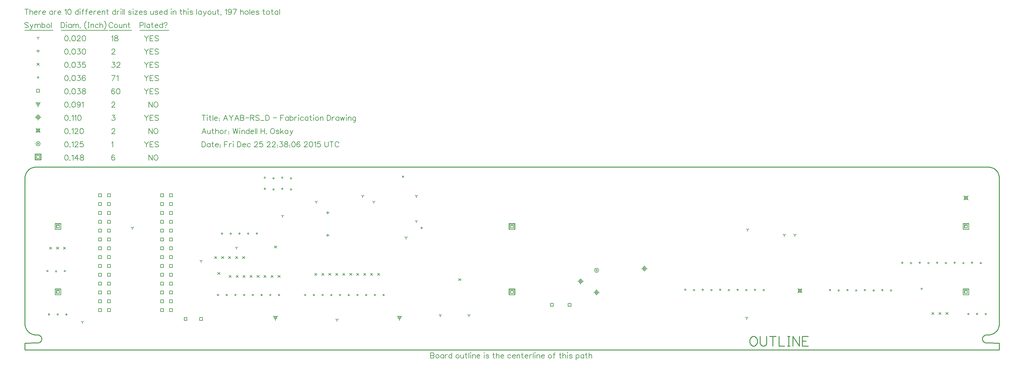
<source format=gbr>
G04 start of page 15 for group -3984 idx -3984 *
G04 Title: AYAB-RS_D, fab *
G04 Creator: pcb 20140316 *
G04 CreationDate: Fri Dec 25 22:38:06 2015 UTC *
G04 For: oskay *
G04 Format: Gerber/RS-274X *
G04 PCB-Dimensions (mil): 11000.00 2070.00 *
G04 PCB-Coordinate-Origin: lower left *
%MOIN*%
%FSLAX25Y25*%
%LNFAB*%
%ADD226C,0.0110*%
%ADD225C,0.0100*%
%ADD224C,0.0060*%
%ADD223R,0.0080X0.0080*%
G54D223*X1060900Y141100D02*X1064100D01*
X1060900D02*Y137900D01*
X1064100D01*
Y141100D02*Y137900D01*
X1059300Y142700D02*X1065700D01*
X1059300D02*Y136300D01*
X1065700D01*
Y142700D02*Y136300D01*
X1060900Y67100D02*X1064100D01*
X1060900D02*Y63900D01*
X1064100D01*
Y67100D02*Y63900D01*
X1059300Y68700D02*X1065700D01*
X1059300D02*Y62300D01*
X1065700D01*
Y68700D02*Y62300D01*
X548400Y141100D02*X551600D01*
X548400D02*Y137900D01*
X551600D01*
Y141100D02*Y137900D01*
X546800Y142700D02*X553200D01*
X546800D02*Y136300D01*
X553200D01*
Y142700D02*Y136300D01*
X548400Y67100D02*X551600D01*
X548400D02*Y63900D01*
X551600D01*
Y67100D02*Y63900D01*
X546800Y68700D02*X553200D01*
X546800D02*Y62300D01*
X553200D01*
Y68700D02*Y62300D01*
X35900Y141100D02*X39100D01*
X35900D02*Y137900D01*
X39100D01*
Y141100D02*Y137900D01*
X34300Y142700D02*X40700D01*
X34300D02*Y136300D01*
X40700D01*
Y142700D02*Y136300D01*
X35900Y67100D02*X39100D01*
X35900D02*Y63900D01*
X39100D01*
Y67100D02*Y63900D01*
X34300Y68700D02*X40700D01*
X34300D02*Y62300D01*
X40700D01*
Y68700D02*Y62300D01*
X13400Y219850D02*X16600D01*
X13400D02*Y216650D01*
X16600D01*
Y219850D02*Y216650D01*
X11800Y221450D02*X18200D01*
X11800D02*Y215050D01*
X18200D01*
Y221450D02*Y215050D01*
G54D224*X140000Y220500D02*Y214500D01*
Y220500D02*X143999Y214500D01*
Y220500D02*Y214500D01*
X147512Y220500D02*X146942Y220214D01*
X146369Y219642D01*
X146084Y219072D01*
X145799Y218214D01*
Y216786D01*
X146084Y215926D01*
Y215928D02*X146369Y215356D01*
X146942Y214786D01*
X147512Y214500D01*
X148657D01*
X149227Y214786D01*
X149798Y215356D01*
X150085Y215928D01*
X150368Y216786D01*
Y218214D02*Y216786D01*
Y218214D02*X150085Y219072D01*
X149798Y219642D01*
X149227Y220214D01*
X148657Y220500D01*
X147512D02*X148657D01*
X101428Y219644D02*X101142Y220215D01*
X100284Y220500D01*
X99714D02*X100284D01*
X99714D02*X98855Y220215D01*
X98285Y219358D01*
X98000Y217930D01*
Y216501D01*
X98285Y215358D01*
X98855Y214786D01*
X99714Y214500D01*
X100000D01*
X100856Y214786D01*
X101428Y215358D01*
X101712Y216216D01*
Y216501D02*Y216216D01*
Y216501D02*X101428Y217357D01*
X100856Y217930D01*
X100000Y218214D01*
X99714D02*X100000D01*
X99714D02*X98855Y217930D01*
X98285Y217357D01*
X98000Y216501D01*
X46714Y220500D02*X45858Y220215D01*
X45285Y219358D01*
X45000Y217930D01*
Y217072D01*
X45285Y215643D01*
X45858Y214786D01*
X46714Y214500D01*
X47286D01*
X48142Y214786D01*
X48714Y215643D01*
X49000Y217072D01*
Y217930D02*Y217072D01*
Y217930D02*X48714Y219358D01*
X48142Y220215D01*
X47286Y220500D01*
X46714D02*X47286D01*
X51086Y214950D02*X50801Y214664D01*
X51086Y214380D01*
X51371Y214664D01*
X51086Y214950D01*
X53171Y219358D02*X53741Y219644D01*
X54599Y220500D01*
Y214500D01*
X59255Y220500D02*X56399Y216501D01*
X60683D01*
X59255Y220500D02*Y214500D01*
X63911Y220500D02*X63053Y220215D01*
X62768Y219644D01*
Y219072D01*
X63053Y218500D01*
X63624Y218214D01*
X64767Y217930D01*
X65625Y217644D01*
X66195Y217072D01*
X66482Y216501D01*
Y215643D01*
X66195Y215073D01*
X65909Y214786D01*
X65052Y214500D01*
X63911D02*X65052D01*
X63911D02*X63053Y214786D01*
X62768Y215073D01*
X62483Y215643D01*
Y216501D02*Y215643D01*
Y216501D02*X62768Y217072D01*
X63338Y217644D01*
X64196Y217930D01*
X65339Y218214D01*
X65909Y218500D01*
X66195Y219072D01*
Y219644D02*Y219072D01*
Y219644D02*X65909Y220215D01*
X65052Y220500D01*
X63911D02*X65052D01*
X644700Y90000D02*G75*G03X646300Y90000I800J0D01*G01*
G75*G03X644700Y90000I-800J0D01*G01*
X643100D02*G75*G03X647900Y90000I2400J0D01*G01*
G75*G03X643100Y90000I-2400J0D01*G01*
X14200Y233250D02*G75*G03X15800Y233250I800J0D01*G01*
G75*G03X14200Y233250I-800J0D01*G01*
X12600D02*G75*G03X17400Y233250I2400J0D01*G01*
G75*G03X12600Y233250I-2400J0D01*G01*
X135000Y235500D02*X137284Y232643D01*
Y229500D01*
X139572Y235500D02*X137284Y232643D01*
X141372Y235500D02*Y229500D01*
Y235500D02*X145086D01*
X141372Y232643D02*X143657D01*
X141372Y229500D02*X145086D01*
X150885Y234642D02*X150314Y235214D01*
X149457Y235500D01*
X148314D02*X149457D01*
X148314D02*X147456Y235214D01*
X146886Y234642D01*
Y234072D01*
X147170Y233499D01*
X147456Y233214D01*
X148029Y232929D01*
X149744Y232357D01*
X150314Y232071D01*
X150599Y231786D01*
X150885Y231214D01*
Y230356D01*
X150314Y229786D01*
X149457Y229500D01*
X148314D02*X149457D01*
X148314D02*X147456Y229786D01*
X146886Y230356D01*
X98000Y234358D02*X98570Y234644D01*
X99428Y235500D01*
Y229500D01*
X46714Y235500D02*X45858Y235215D01*
X45285Y234358D01*
X45000Y232930D01*
Y232072D01*
X45285Y230643D01*
X45858Y229786D01*
X46714Y229500D01*
X47286D01*
X48142Y229786D01*
X48714Y230643D01*
X49000Y232072D01*
Y232930D02*Y232072D01*
Y232930D02*X48714Y234358D01*
X48142Y235215D01*
X47286Y235500D01*
X46714D02*X47286D01*
X51086Y229950D02*X50801Y229664D01*
X51086Y229380D01*
X51371Y229664D01*
X51086Y229950D01*
X53171Y234358D02*X53741Y234644D01*
X54599Y235500D01*
Y229500D01*
X56684Y234358D02*Y234072D01*
Y234358D02*X56970Y234928D01*
X57254Y235215D01*
X57827Y235500D01*
X58968D01*
X59541Y235215D01*
X59826Y234928D01*
X60111Y234358D01*
Y233786D01*
X59826Y233214D01*
X59255Y232357D01*
X56399Y229500D01*
X60398D01*
X62769Y235500D02*X65627D01*
X62769D02*X62483Y232930D01*
X62769Y233214D01*
X63626Y233500D01*
X64484D01*
X65340Y233214D01*
X65912Y232644D01*
X66198Y231786D01*
Y231216D01*
X65912Y230358D01*
X65340Y229786D01*
X64484Y229500D01*
X63626D02*X64484D01*
X63626D02*X62769Y229786D01*
X62483Y230073D01*
X62198Y230643D01*
X872600Y69400D02*X877400Y64600D01*
X872600D02*X877400Y69400D01*
X873400Y68600D02*X876600D01*
X873400D02*Y65400D01*
X876600D01*
Y68600D02*Y65400D01*
X1060100Y174400D02*X1064900Y169600D01*
X1060100D02*X1064900Y174400D01*
X1060900Y173600D02*X1064100D01*
X1060900D02*Y170400D01*
X1064100D01*
Y173600D02*Y170400D01*
X12600Y250650D02*X17400Y245850D01*
X12600D02*X17400Y250650D01*
X13400Y249850D02*X16600D01*
X13400D02*Y246650D01*
X16600D01*
Y249850D02*Y246650D01*
X140000Y250500D02*Y244500D01*
Y250500D02*X143999Y244500D01*
Y250500D02*Y244500D01*
X147512Y250500D02*X146942Y250214D01*
X146369Y249642D01*
X146084Y249072D01*
X145799Y248214D01*
Y246786D01*
X146084Y245926D01*
Y245928D02*X146369Y245356D01*
X146942Y244786D01*
X147512Y244500D01*
X148657D01*
X149227Y244786D01*
X149798Y245356D01*
X150085Y245928D01*
X150368Y246786D01*
Y248214D02*Y246786D01*
Y248214D02*X150085Y249072D01*
X149798Y249642D01*
X149227Y250214D01*
X148657Y250500D01*
X147512D02*X148657D01*
X98285Y249358D02*Y249072D01*
Y249358D02*X98572Y249928D01*
X98855Y250215D01*
X99428Y250500D01*
X100570D01*
X101142Y250215D01*
X101428Y249928D01*
X101712Y249358D01*
Y248786D01*
X101428Y248214D01*
X100856Y247357D01*
X98000Y244500D01*
X101999D01*
X46714Y250500D02*X45858Y250215D01*
X45285Y249358D01*
X45000Y247930D01*
Y247072D01*
X45285Y245643D01*
X45858Y244786D01*
X46714Y244500D01*
X47286D01*
X48142Y244786D01*
X48714Y245643D01*
X49000Y247072D01*
Y247930D02*Y247072D01*
Y247930D02*X48714Y249358D01*
X48142Y250215D01*
X47286Y250500D01*
X46714D02*X47286D01*
X51086Y244950D02*X50801Y244664D01*
X51086Y244380D01*
X51371Y244664D01*
X51086Y244950D01*
X53171Y249358D02*X53741Y249644D01*
X54599Y250500D01*
Y244500D01*
X56684Y249358D02*Y249072D01*
Y249358D02*X56970Y249928D01*
X57254Y250215D01*
X57827Y250500D01*
X58968D01*
X59541Y250215D01*
X59826Y249928D01*
X60111Y249358D01*
Y248786D01*
X59826Y248214D01*
X59255Y247357D01*
X56399Y244500D01*
X60398D01*
X63912Y250500D02*X63056Y250215D01*
X62483Y249358D01*
X62198Y247930D01*
Y247072D01*
X62483Y245643D01*
X63056Y244786D01*
X63912Y244500D01*
X64484D01*
X65340Y244786D01*
X65912Y245643D01*
X66198Y247072D01*
Y247930D02*Y247072D01*
Y247930D02*X65912Y249358D01*
X65340Y250215D01*
X64484Y250500D01*
X63912D02*X64484D01*
X645500Y68200D02*Y61800D01*
X642300Y65000D02*X648700D01*
X643900Y66600D02*X647100D01*
X643900D02*Y63400D01*
X647100D01*
Y66600D02*Y63400D01*
X627500Y80700D02*Y74300D01*
X624300Y77500D02*X630700D01*
X625900Y79100D02*X629100D01*
X625900D02*Y75900D01*
X629100D01*
Y79100D02*Y75900D01*
X699500Y95200D02*Y88800D01*
X696300Y92000D02*X702700D01*
X697900Y93600D02*X701100D01*
X697900D02*Y90400D01*
X701100D01*
Y93600D02*Y90400D01*
X15000Y266450D02*Y260050D01*
X11800Y263250D02*X18200D01*
X13400Y264850D02*X16600D01*
X13400D02*Y261650D01*
X16600D01*
Y264850D02*Y261650D01*
X135000Y265500D02*X137284Y262642D01*
Y259500D01*
X139572Y265500D02*X137284Y262642D01*
X141372Y265500D02*Y259500D01*
Y265500D02*X145086D01*
X141372Y262642D02*X143657D01*
X141372Y259500D02*X145086D01*
X150885Y264642D02*X150314Y265214D01*
X149457Y265500D01*
X148314D02*X149457D01*
X148314D02*X147456Y265214D01*
X146886Y264642D01*
Y264072D01*
X147170Y263499D01*
X147456Y263214D01*
X148029Y262929D01*
X149744Y262358D01*
X150314Y262071D01*
X150599Y261786D01*
X150885Y261214D01*
Y260356D01*
X150314Y259786D01*
X149457Y259500D01*
X148314D02*X149457D01*
X148314D02*X147456Y259786D01*
X146886Y260356D01*
X98570Y265500D02*X101712D01*
X99998Y263214D01*
X100856D01*
X101426Y262930D01*
X101712Y262644D01*
X101999Y261786D01*
Y261216D01*
X101712Y260358D01*
X101142Y259786D01*
X100284Y259500D01*
X99428D02*X100284D01*
X99428D02*X98570Y259786D01*
X98285Y260073D01*
X98000Y260643D01*
X46714Y265500D02*X45858Y265215D01*
X45285Y264358D01*
X45000Y262930D01*
Y262072D01*
X45285Y260643D01*
X45858Y259786D01*
X46714Y259500D01*
X47286D01*
X48142Y259786D01*
X48714Y260643D01*
X49000Y262072D01*
Y262930D02*Y262072D01*
Y262930D02*X48714Y264358D01*
X48142Y265215D01*
X47286Y265500D01*
X46714D02*X47286D01*
X51086Y259950D02*X50801Y259664D01*
X51086Y259380D01*
X51371Y259664D01*
X51086Y259950D01*
X53171Y264358D02*X53741Y264644D01*
X54599Y265500D01*
Y259500D01*
X56399Y264358D02*X56969Y264644D01*
X57827Y265500D01*
Y259500D01*
X61341Y265500D02*X60485Y265215D01*
X59912Y264358D01*
X59627Y262930D01*
Y262072D01*
X59912Y260643D01*
X60485Y259786D01*
X61341Y259500D01*
X61913D01*
X62769Y259786D01*
X63341Y260643D01*
X63627Y262072D01*
Y262930D02*Y262072D01*
Y262930D02*X63341Y264358D01*
X62769Y265215D01*
X61913Y265500D01*
X61341D02*X61913D01*
X283000Y36500D02*Y33300D01*
Y36500D02*X285773Y38100D01*
X283000Y36500D02*X280227Y38100D01*
X281400Y36500D02*G75*G03X284600Y36500I1600J0D01*G01*
G75*G03X281400Y36500I-1600J0D01*G01*
X423000D02*Y33300D01*
Y36500D02*X425773Y38100D01*
X423000Y36500D02*X420227Y38100D01*
X421400Y36500D02*G75*G03X424600Y36500I1600J0D01*G01*
G75*G03X421400Y36500I-1600J0D01*G01*
X15000Y278250D02*Y275050D01*
Y278250D02*X17773Y279850D01*
X15000Y278250D02*X12227Y279850D01*
X13400Y278250D02*G75*G03X16600Y278250I1600J0D01*G01*
G75*G03X13400Y278250I-1600J0D01*G01*
X140000Y280500D02*Y274500D01*
Y280500D02*X143999Y274500D01*
Y280500D02*Y274500D01*
X147512Y280500D02*X146942Y280214D01*
X146369Y279642D01*
X146084Y279072D01*
X145799Y278214D01*
Y276786D01*
X146084Y275926D01*
Y275928D02*X146369Y275356D01*
X146942Y274786D01*
X147512Y274500D01*
X148657D01*
X149227Y274786D01*
X149798Y275356D01*
X150085Y275928D01*
X150368Y276786D01*
Y278214D02*Y276786D01*
Y278214D02*X150085Y279072D01*
X149798Y279642D01*
X149227Y280214D01*
X148657Y280500D01*
X147512D02*X148657D01*
X98285Y279358D02*Y279072D01*
Y279358D02*X98572Y279928D01*
X98855Y280215D01*
X99428Y280500D01*
X100570D01*
X101142Y280215D01*
X101428Y279928D01*
X101712Y279358D01*
Y278786D01*
X101428Y278214D01*
X100856Y277358D01*
X98000Y274500D01*
X101999D01*
X46714Y280500D02*X45858Y280215D01*
X45285Y279358D01*
X45000Y277930D01*
Y277072D01*
X45285Y275643D01*
X45858Y274786D01*
X46714Y274500D01*
X47286D01*
X48142Y274786D01*
X48714Y275643D01*
X49000Y277072D01*
Y277930D02*Y277072D01*
Y277930D02*X48714Y279358D01*
X48142Y280215D01*
X47286Y280500D01*
X46714D02*X47286D01*
X51086Y274950D02*X50801Y274664D01*
X51086Y274380D01*
X51371Y274664D01*
X51086Y274950D01*
X54885Y280500D02*X54029Y280215D01*
X53456Y279358D01*
X53171Y277930D01*
Y277072D01*
X53456Y275643D01*
X54029Y274786D01*
X54885Y274500D01*
X55457D01*
X56313Y274786D01*
X56885Y275643D01*
X57171Y277072D01*
Y277930D02*Y277072D01*
Y277930D02*X56885Y279358D01*
X56313Y280215D01*
X55457Y280500D01*
X54885D02*X55457D01*
X62684Y278500D02*X62399Y277644D01*
X61827Y277072D01*
X60969Y276786D01*
X60684D02*X60969D01*
X60684D02*X59828Y277072D01*
X59255Y277644D01*
X58971Y278500D01*
Y278786D02*Y278500D01*
Y278786D02*X59255Y279644D01*
X59828Y280215D01*
X60684Y280500D01*
X60969D01*
X61827Y280215D01*
X62399Y279644D01*
X62684Y278500D01*
Y277072D01*
X62399Y275643D01*
X61827Y274786D01*
X60969Y274500D01*
X60399D02*X60969D01*
X60399D02*X59541Y274786D01*
X59255Y275358D01*
X64484Y279358D02*X65054Y279644D01*
X65912Y280500D01*
Y274500D01*
X83400Y46600D02*X86600D01*
X83400D02*Y43400D01*
X86600D01*
Y46600D02*Y43400D01*
X83400Y56600D02*X86600D01*
X83400D02*Y53400D01*
X86600D01*
Y56600D02*Y53400D01*
X83400Y66600D02*X86600D01*
X83400D02*Y63400D01*
X86600D01*
Y66600D02*Y63400D01*
X83400Y76600D02*X86600D01*
X83400D02*Y73400D01*
X86600D01*
Y76600D02*Y73400D01*
X83400Y86600D02*X86600D01*
X83400D02*Y83400D01*
X86600D01*
Y86600D02*Y83400D01*
X83400Y96600D02*X86600D01*
X83400D02*Y93400D01*
X86600D01*
Y96600D02*Y93400D01*
X83400Y106600D02*X86600D01*
X83400D02*Y103400D01*
X86600D01*
Y106600D02*Y103400D01*
X83400Y116600D02*X86600D01*
X83400D02*Y113400D01*
X86600D01*
Y116600D02*Y113400D01*
X83400Y126600D02*X86600D01*
X83400D02*Y123400D01*
X86600D01*
Y126600D02*Y123400D01*
X83400Y136600D02*X86600D01*
X83400D02*Y133400D01*
X86600D01*
Y136600D02*Y133400D01*
X83400Y146600D02*X86600D01*
X83400D02*Y143400D01*
X86600D01*
Y146600D02*Y143400D01*
X83400Y156600D02*X86600D01*
X83400D02*Y153400D01*
X86600D01*
Y156600D02*Y153400D01*
X83400Y166600D02*X86600D01*
X83400D02*Y163400D01*
X86600D01*
Y166600D02*Y163400D01*
X83400Y176600D02*X86600D01*
X83400D02*Y173400D01*
X86600D01*
Y176600D02*Y173400D01*
X163400Y176600D02*X166600D01*
X163400D02*Y173400D01*
X166600D01*
Y176600D02*Y173400D01*
X163400Y166600D02*X166600D01*
X163400D02*Y163400D01*
X166600D01*
Y166600D02*Y163400D01*
X163400Y156600D02*X166600D01*
X163400D02*Y153400D01*
X166600D01*
Y156600D02*Y153400D01*
X163400Y146600D02*X166600D01*
X163400D02*Y143400D01*
X166600D01*
Y146600D02*Y143400D01*
X163400Y136600D02*X166600D01*
X163400D02*Y133400D01*
X166600D01*
Y136600D02*Y133400D01*
X163400Y126600D02*X166600D01*
X163400D02*Y123400D01*
X166600D01*
Y126600D02*Y123400D01*
X163400Y116600D02*X166600D01*
X163400D02*Y113400D01*
X166600D01*
Y116600D02*Y113400D01*
X163400Y106600D02*X166600D01*
X163400D02*Y103400D01*
X166600D01*
Y106600D02*Y103400D01*
X163400Y96600D02*X166600D01*
X163400D02*Y93400D01*
X166600D01*
Y96600D02*Y93400D01*
X163400Y86600D02*X166600D01*
X163400D02*Y83400D01*
X166600D01*
Y86600D02*Y83400D01*
X163400Y76600D02*X166600D01*
X163400D02*Y73400D01*
X166600D01*
Y76600D02*Y73400D01*
X163400Y66600D02*X166600D01*
X163400D02*Y63400D01*
X166600D01*
Y66600D02*Y63400D01*
X163400Y56600D02*X166600D01*
X163400D02*Y53400D01*
X166600D01*
Y56600D02*Y53400D01*
X163400Y46600D02*X166600D01*
X163400D02*Y43400D01*
X166600D01*
Y46600D02*Y43400D01*
X93400Y46600D02*X96600D01*
X93400D02*Y43400D01*
X96600D01*
Y46600D02*Y43400D01*
X93400Y56600D02*X96600D01*
X93400D02*Y53400D01*
X96600D01*
Y56600D02*Y53400D01*
X93400Y66600D02*X96600D01*
X93400D02*Y63400D01*
X96600D01*
Y66600D02*Y63400D01*
X93400Y76600D02*X96600D01*
X93400D02*Y73400D01*
X96600D01*
Y76600D02*Y73400D01*
X93400Y86600D02*X96600D01*
X93400D02*Y83400D01*
X96600D01*
Y86600D02*Y83400D01*
X93400Y96600D02*X96600D01*
X93400D02*Y93400D01*
X96600D01*
Y96600D02*Y93400D01*
X93400Y106600D02*X96600D01*
X93400D02*Y103400D01*
X96600D01*
Y106600D02*Y103400D01*
X93400Y116600D02*X96600D01*
X93400D02*Y113400D01*
X96600D01*
Y116600D02*Y113400D01*
X93400Y126600D02*X96600D01*
X93400D02*Y123400D01*
X96600D01*
Y126600D02*Y123400D01*
X93400Y136600D02*X96600D01*
X93400D02*Y133400D01*
X96600D01*
Y136600D02*Y133400D01*
X93400Y146600D02*X96600D01*
X93400D02*Y143400D01*
X96600D01*
Y146600D02*Y143400D01*
X93400Y156600D02*X96600D01*
X93400D02*Y153400D01*
X96600D01*
Y156600D02*Y153400D01*
X93400Y166600D02*X96600D01*
X93400D02*Y163400D01*
X96600D01*
Y166600D02*Y163400D01*
X93400Y176600D02*X96600D01*
X93400D02*Y173400D01*
X96600D01*
Y176600D02*Y173400D01*
X153400Y176600D02*X156600D01*
X153400D02*Y173400D01*
X156600D01*
Y176600D02*Y173400D01*
X153400Y166600D02*X156600D01*
X153400D02*Y163400D01*
X156600D01*
Y166600D02*Y163400D01*
X153400Y156600D02*X156600D01*
X153400D02*Y153400D01*
X156600D01*
Y156600D02*Y153400D01*
X153400Y146600D02*X156600D01*
X153400D02*Y143400D01*
X156600D01*
Y146600D02*Y143400D01*
X153400Y136600D02*X156600D01*
X153400D02*Y133400D01*
X156600D01*
Y136600D02*Y133400D01*
X153400Y126600D02*X156600D01*
X153400D02*Y123400D01*
X156600D01*
Y126600D02*Y123400D01*
X153400Y116600D02*X156600D01*
X153400D02*Y113400D01*
X156600D01*
Y116600D02*Y113400D01*
X153400Y106600D02*X156600D01*
X153400D02*Y103400D01*
X156600D01*
Y106600D02*Y103400D01*
X153400Y96600D02*X156600D01*
X153400D02*Y93400D01*
X156600D01*
Y96600D02*Y93400D01*
X153400Y86600D02*X156600D01*
X153400D02*Y83400D01*
X156600D01*
Y86600D02*Y83400D01*
X153400Y76600D02*X156600D01*
X153400D02*Y73400D01*
X156600D01*
Y76600D02*Y73400D01*
X153400Y66600D02*X156600D01*
X153400D02*Y63400D01*
X156600D01*
Y66600D02*Y63400D01*
X153400Y56600D02*X156600D01*
X153400D02*Y53400D01*
X156600D01*
Y56600D02*Y53400D01*
X153400Y46600D02*X156600D01*
X153400D02*Y43400D01*
X156600D01*
Y46600D02*Y43400D01*
X197400Y36600D02*X200600D01*
X197400D02*Y33400D01*
X200600D01*
Y36600D02*Y33400D01*
X179900Y36600D02*X183100D01*
X179900D02*Y33400D01*
X183100D01*
Y36600D02*Y33400D01*
X613400Y52600D02*X616600D01*
X613400D02*Y49400D01*
X616600D01*
Y52600D02*Y49400D01*
X593400Y52600D02*X596600D01*
X593400D02*Y49400D01*
X596600D01*
Y52600D02*Y49400D01*
X13400Y294850D02*X16600D01*
X13400D02*Y291650D01*
X16600D01*
Y294850D02*Y291650D01*
X135000Y295500D02*X137284Y292642D01*
Y289500D01*
X139572Y295500D02*X137284Y292642D01*
X141372Y295500D02*Y289500D01*
Y295500D02*X145086D01*
X141372Y292642D02*X143657D01*
X141372Y289500D02*X145086D01*
X150885Y294642D02*X150314Y295214D01*
X149457Y295500D01*
X148314D02*X149457D01*
X148314D02*X147456Y295214D01*
X146886Y294642D01*
Y294072D01*
X147170Y293499D01*
X147456Y293214D01*
X148029Y292929D01*
X149744Y292358D01*
X150314Y292071D01*
X150599Y291786D01*
X150885Y291214D01*
Y290356D01*
X150314Y289786D01*
X149457Y289500D01*
X148314D02*X149457D01*
X148314D02*X147456Y289786D01*
X146886Y290356D01*
X101428Y294644D02*X101142Y295215D01*
X100284Y295500D01*
X99714D02*X100284D01*
X99714D02*X98855Y295215D01*
X98285Y294358D01*
X98000Y292930D01*
Y291501D01*
X98285Y290358D01*
X98855Y289786D01*
X99714Y289500D01*
X100000D01*
X100856Y289786D01*
X101428Y290358D01*
X101712Y291216D01*
Y291501D02*Y291216D01*
Y291501D02*X101428Y292358D01*
X100856Y292930D01*
X100000Y293214D01*
X99714D02*X100000D01*
X99714D02*X98855Y292930D01*
X98285Y292358D01*
X98000Y291501D01*
X105227Y295500D02*X104371Y295215D01*
X103798Y294358D01*
X103513Y292930D01*
Y292072D01*
X103798Y290643D01*
X104371Y289786D01*
X105227Y289500D01*
X105799D01*
X106655Y289786D01*
X107227Y290643D01*
X107513Y292072D01*
Y292930D02*Y292072D01*
Y292930D02*X107227Y294358D01*
X106655Y295215D01*
X105799Y295500D01*
X105227D02*X105799D01*
X46714D02*X45858Y295215D01*
X45285Y294358D01*
X45000Y292930D01*
Y292072D01*
X45285Y290643D01*
X45858Y289786D01*
X46714Y289500D01*
X47286D01*
X48142Y289786D01*
X48714Y290643D01*
X49000Y292072D01*
Y292930D02*Y292072D01*
Y292930D02*X48714Y294358D01*
X48142Y295215D01*
X47286Y295500D01*
X46714D02*X47286D01*
X51086Y289950D02*X50801Y289664D01*
X51086Y289380D01*
X51371Y289664D01*
X51086Y289950D01*
X54885Y295500D02*X54029Y295215D01*
X53456Y294358D01*
X53171Y292930D01*
Y292072D01*
X53456Y290643D01*
X54029Y289786D01*
X54885Y289500D01*
X55457D01*
X56313Y289786D01*
X56885Y290643D01*
X57171Y292072D01*
Y292930D02*Y292072D01*
Y292930D02*X56885Y294358D01*
X56313Y295215D01*
X55457Y295500D01*
X54885D02*X55457D01*
X59541D02*X62684D01*
X60969Y293214D01*
X61827D01*
X62397Y292930D01*
X62684Y292644D01*
X62970Y291786D01*
Y291216D01*
X62684Y290358D01*
X62114Y289786D01*
X61256Y289500D01*
X60399D02*X61256D01*
X60399D02*X59541Y289786D01*
X59256Y290073D01*
X58971Y290643D01*
X66198Y295500D02*X65340Y295215D01*
X65055Y294644D01*
Y294072D01*
X65340Y293500D01*
X65912Y293214D01*
X67055Y292930D01*
X67913Y292644D01*
X68483Y292072D01*
X68769Y291501D01*
Y290643D01*
X68483Y290073D01*
X68196Y289786D01*
X67340Y289500D01*
X66198D02*X67340D01*
X66198D02*X65340Y289786D01*
X65055Y290073D01*
X64770Y290643D01*
Y291501D02*Y290643D01*
Y291501D02*X65055Y292072D01*
X65625Y292644D01*
X66483Y292930D01*
X67626Y293214D01*
X68196Y293500D01*
X68483Y294072D01*
Y294644D02*Y294072D01*
Y294644D02*X68196Y295215D01*
X67340Y295500D01*
X66198D02*X67340D01*
X299700Y194000D02*G75*G03X301300Y194000I800J0D01*G01*
G75*G03X299700Y194000I-800J0D01*G01*
X289857Y194787D02*G75*G03X291457Y194787I800J0D01*G01*
G75*G03X289857Y194787I-800J0D01*G01*
X280015Y194000D02*G75*G03X281615Y194000I800J0D01*G01*
G75*G03X280015Y194000I-800J0D01*G01*
X270172Y194787D02*G75*G03X271772Y194787I800J0D01*G01*
G75*G03X270172Y194787I-800J0D01*G01*
X299700Y181500D02*G75*G03X301300Y181500I800J0D01*G01*
G75*G03X299700Y181500I-800J0D01*G01*
X289857Y182287D02*G75*G03X291457Y182287I800J0D01*G01*
G75*G03X289857Y182287I-800J0D01*G01*
X280015Y181500D02*G75*G03X281615Y181500I800J0D01*G01*
G75*G03X280015Y181500I-800J0D01*G01*
X270172Y182287D02*G75*G03X271772Y182287I800J0D01*G01*
G75*G03X270172Y182287I-800J0D01*G01*
X261200Y131500D02*G75*G03X262800Y131500I800J0D01*G01*
G75*G03X261200Y131500I-800J0D01*G01*
X251357D02*G75*G03X252957Y131500I800J0D01*G01*
G75*G03X251357Y131500I-800J0D01*G01*
X241515D02*G75*G03X243115Y131500I800J0D01*G01*
G75*G03X241515Y131500I-800J0D01*G01*
X231672D02*G75*G03X233272Y131500I800J0D01*G01*
G75*G03X231672Y131500I-800J0D01*G01*
X221830D02*G75*G03X223430Y131500I800J0D01*G01*
G75*G03X221830Y131500I-800J0D01*G01*
X46200Y40000D02*G75*G03X47800Y40000I800J0D01*G01*
G75*G03X46200Y40000I-800J0D01*G01*
X36357D02*G75*G03X37957Y40000I800J0D01*G01*
G75*G03X36357Y40000I-800J0D01*G01*
X26515D02*G75*G03X28115Y40000I800J0D01*G01*
G75*G03X26515Y40000I-800J0D01*G01*
X286200Y62000D02*G75*G03X287800Y62000I800J0D01*G01*
G75*G03X286200Y62000I-800J0D01*G01*
X276357D02*G75*G03X277957Y62000I800J0D01*G01*
G75*G03X276357Y62000I-800J0D01*G01*
X266515D02*G75*G03X268115Y62000I800J0D01*G01*
G75*G03X266515Y62000I-800J0D01*G01*
X256672D02*G75*G03X258272Y62000I800J0D01*G01*
G75*G03X256672Y62000I-800J0D01*G01*
X246830D02*G75*G03X248430Y62000I800J0D01*G01*
G75*G03X246830Y62000I-800J0D01*G01*
X236987D02*G75*G03X238587Y62000I800J0D01*G01*
G75*G03X236987Y62000I-800J0D01*G01*
X227145D02*G75*G03X228745Y62000I800J0D01*G01*
G75*G03X227145Y62000I-800J0D01*G01*
X217302D02*G75*G03X218902Y62000I800J0D01*G01*
G75*G03X217302Y62000I-800J0D01*G01*
X404283D02*G75*G03X405883Y62000I800J0D01*G01*
G75*G03X404283Y62000I-800J0D01*G01*
X394440D02*G75*G03X396040Y62000I800J0D01*G01*
G75*G03X394440Y62000I-800J0D01*G01*
X384598D02*G75*G03X386198Y62000I800J0D01*G01*
G75*G03X384598Y62000I-800J0D01*G01*
X374755D02*G75*G03X376355Y62000I800J0D01*G01*
G75*G03X374755Y62000I-800J0D01*G01*
X364913D02*G75*G03X366513Y62000I800J0D01*G01*
G75*G03X364913Y62000I-800J0D01*G01*
X355070D02*G75*G03X356670Y62000I800J0D01*G01*
G75*G03X355070Y62000I-800J0D01*G01*
X345228D02*G75*G03X346828Y62000I800J0D01*G01*
G75*G03X345228Y62000I-800J0D01*G01*
X335385D02*G75*G03X336985Y62000I800J0D01*G01*
G75*G03X335385Y62000I-800J0D01*G01*
X325543D02*G75*G03X327143Y62000I800J0D01*G01*
G75*G03X325543Y62000I-800J0D01*G01*
X315700D02*G75*G03X317300Y62000I800J0D01*G01*
G75*G03X315700Y62000I-800J0D01*G01*
X1084043Y40500D02*G75*G03X1085643Y40500I800J0D01*G01*
G75*G03X1084043Y40500I-800J0D01*G01*
X1074200D02*G75*G03X1075800Y40500I800J0D01*G01*
G75*G03X1074200Y40500I-800J0D01*G01*
X1064357D02*G75*G03X1065957Y40500I800J0D01*G01*
G75*G03X1064357Y40500I-800J0D01*G01*
X24700Y89172D02*G75*G03X26300Y89172I800J0D01*G01*
G75*G03X24700Y89172I-800J0D01*G01*
X34543Y88779D02*G75*G03X36143Y88779I800J0D01*G01*
G75*G03X34543Y88779I-800J0D01*G01*
X44385Y89172D02*G75*G03X45985Y89172I800J0D01*G01*
G75*G03X44385Y89172I-800J0D01*G01*
X744830Y68000D02*G75*G03X746430Y68000I800J0D01*G01*
G75*G03X744830Y68000I-800J0D01*G01*
X754672Y67606D02*G75*G03X756272Y67606I800J0D01*G01*
G75*G03X754672Y67606I-800J0D01*G01*
X764515Y68000D02*G75*G03X766115Y68000I800J0D01*G01*
G75*G03X764515Y68000I-800J0D01*G01*
X774357Y67606D02*G75*G03X775957Y67606I800J0D01*G01*
G75*G03X774357Y67606I-800J0D01*G01*
X784200Y68000D02*G75*G03X785800Y68000I800J0D01*G01*
G75*G03X784200Y68000I-800J0D01*G01*
X794043Y67606D02*G75*G03X795643Y67606I800J0D01*G01*
G75*G03X794043Y67606I-800J0D01*G01*
X803885Y68000D02*G75*G03X805485Y68000I800J0D01*G01*
G75*G03X803885Y68000I-800J0D01*G01*
X813728Y67606D02*G75*G03X815328Y67606I800J0D01*G01*
G75*G03X813728Y67606I-800J0D01*G01*
X823570Y68000D02*G75*G03X825170Y68000I800J0D01*G01*
G75*G03X823570Y68000I-800J0D01*G01*
X833413Y67606D02*G75*G03X835013Y67606I800J0D01*G01*
G75*G03X833413Y67606I-800J0D01*G01*
X989830Y98500D02*G75*G03X991430Y98500I800J0D01*G01*
G75*G03X989830Y98500I-800J0D01*G01*
X999672Y98106D02*G75*G03X1001272Y98106I800J0D01*G01*
G75*G03X999672Y98106I-800J0D01*G01*
X1009515Y98500D02*G75*G03X1011115Y98500I800J0D01*G01*
G75*G03X1009515Y98500I-800J0D01*G01*
X1019357Y98106D02*G75*G03X1020957Y98106I800J0D01*G01*
G75*G03X1019357Y98106I-800J0D01*G01*
X1029200Y98500D02*G75*G03X1030800Y98500I800J0D01*G01*
G75*G03X1029200Y98500I-800J0D01*G01*
X1039043Y98106D02*G75*G03X1040643Y98106I800J0D01*G01*
G75*G03X1039043Y98106I-800J0D01*G01*
X1048885Y98500D02*G75*G03X1050485Y98500I800J0D01*G01*
G75*G03X1048885Y98500I-800J0D01*G01*
X1058728Y98106D02*G75*G03X1060328Y98106I800J0D01*G01*
G75*G03X1058728Y98106I-800J0D01*G01*
X1068570Y98500D02*G75*G03X1070170Y98500I800J0D01*G01*
G75*G03X1068570Y98500I-800J0D01*G01*
X1078413Y98106D02*G75*G03X1080013Y98106I800J0D01*G01*
G75*G03X1078413Y98106I-800J0D01*G01*
X908200Y67500D02*G75*G03X909800Y67500I800J0D01*G01*
G75*G03X908200Y67500I-800J0D01*G01*
X918043Y67106D02*G75*G03X919643Y67106I800J0D01*G01*
G75*G03X918043Y67106I-800J0D01*G01*
X927885Y67500D02*G75*G03X929485Y67500I800J0D01*G01*
G75*G03X927885Y67500I-800J0D01*G01*
X937728Y67106D02*G75*G03X939328Y67106I800J0D01*G01*
G75*G03X937728Y67106I-800J0D01*G01*
X947570Y67500D02*G75*G03X949170Y67500I800J0D01*G01*
G75*G03X947570Y67500I-800J0D01*G01*
X957413Y67106D02*G75*G03X959013Y67106I800J0D01*G01*
G75*G03X957413Y67106I-800J0D01*G01*
X967255Y67500D02*G75*G03X968855Y67500I800J0D01*G01*
G75*G03X967255Y67500I-800J0D01*G01*
X977098Y67106D02*G75*G03X978698Y67106I800J0D01*G01*
G75*G03X977098Y67106I-800J0D01*G01*
X1011700Y69000D02*G75*G03X1013300Y69000I800J0D01*G01*
G75*G03X1011700Y69000I-800J0D01*G01*
X447200Y138000D02*G75*G03X448800Y138000I800J0D01*G01*
G75*G03X447200Y138000I-800J0D01*G01*
X426200Y196000D02*G75*G03X427800Y196000I800J0D01*G01*
G75*G03X426200Y196000I-800J0D01*G01*
X14200Y308250D02*G75*G03X15800Y308250I800J0D01*G01*
G75*G03X14200Y308250I-800J0D01*G01*
X135000Y310500D02*X137284Y307642D01*
Y304500D01*
X139572Y310500D02*X137284Y307642D01*
X141372Y310500D02*Y304500D01*
Y310500D02*X145086D01*
X141372Y307642D02*X143657D01*
X141372Y304500D02*X145086D01*
X150885Y309642D02*X150314Y310214D01*
X149457Y310500D01*
X148314D02*X149457D01*
X148314D02*X147456Y310214D01*
X146886Y309642D01*
Y309072D01*
X147170Y308499D01*
X147456Y308214D01*
X148029Y307929D01*
X149744Y307358D01*
X150314Y307071D01*
X150599Y306786D01*
X150885Y306214D01*
Y305356D01*
X150314Y304786D01*
X149457Y304500D01*
X148314D02*X149457D01*
X148314D02*X147456Y304786D01*
X146886Y305356D01*
X101999Y310500D02*X99142Y304500D01*
X98000Y310500D02*X101999D01*
X103799Y309358D02*X104369Y309644D01*
X105227Y310500D01*
Y304500D01*
X46714Y310500D02*X45858Y310215D01*
X45285Y309358D01*
X45000Y307930D01*
Y307072D01*
X45285Y305643D01*
X45858Y304786D01*
X46714Y304500D01*
X47286D01*
X48142Y304786D01*
X48714Y305643D01*
X49000Y307072D01*
Y307930D02*Y307072D01*
Y307930D02*X48714Y309358D01*
X48142Y310215D01*
X47286Y310500D01*
X46714D02*X47286D01*
X51086Y304950D02*X50801Y304664D01*
X51086Y304380D01*
X51371Y304664D01*
X51086Y304950D01*
X54885Y310500D02*X54029Y310215D01*
X53456Y309358D01*
X53171Y307930D01*
Y307072D01*
X53456Y305643D01*
X54029Y304786D01*
X54885Y304500D01*
X55457D01*
X56313Y304786D01*
X56885Y305643D01*
X57171Y307072D01*
Y307930D02*Y307072D01*
Y307930D02*X56885Y309358D01*
X56313Y310215D01*
X55457Y310500D01*
X54885D02*X55457D01*
X59541D02*X62684D01*
X60969Y308214D01*
X61827D01*
X62397Y307930D01*
X62684Y307644D01*
X62970Y306786D01*
Y306216D01*
X62684Y305358D01*
X62114Y304786D01*
X61256Y304500D01*
X60399D02*X61256D01*
X60399D02*X59541Y304786D01*
X59256Y305073D01*
X58971Y305643D01*
X68198Y309644D02*X67913Y310215D01*
X67055Y310500D01*
X66485D02*X67055D01*
X66485D02*X65625Y310215D01*
X65055Y309358D01*
X64770Y307930D01*
Y306501D01*
X65055Y305358D01*
X65625Y304786D01*
X66485Y304500D01*
X66770D01*
X67626Y304786D01*
X68198Y305358D01*
X68483Y306216D01*
Y306501D02*Y306216D01*
Y306501D02*X68198Y307358D01*
X67626Y307930D01*
X66770Y308214D01*
X66485D02*X66770D01*
X66485D02*X65625Y307930D01*
X65055Y307358D01*
X64770Y306501D01*
X217800Y87700D02*X220200Y85300D01*
X217800D02*X220200Y87700D01*
X489800Y80700D02*X492200Y78300D01*
X489800D02*X492200Y80700D01*
X281800Y117700D02*X284200Y115300D01*
X281800D02*X284200Y117700D01*
X285800Y84200D02*X288200Y81800D01*
X285800D02*X288200Y84200D01*
X277926D02*X280326Y81800D01*
X277926D02*X280326Y84200D01*
X270052D02*X272452Y81800D01*
X270052D02*X272452Y84200D01*
X262178D02*X264578Y81800D01*
X262178D02*X264578Y84200D01*
X254304D02*X256704Y81800D01*
X254304D02*X256704Y84200D01*
X246430D02*X248830Y81800D01*
X246430D02*X248830Y84200D01*
X238556D02*X240956Y81800D01*
X238556D02*X240956Y84200D01*
X230682D02*X233082Y81800D01*
X230682D02*X233082Y84200D01*
X245800Y105531D02*X248200Y103131D01*
X245800D02*X248200Y105531D01*
X237926D02*X240326Y103131D01*
X237926D02*X240326Y105531D01*
X230052D02*X232452Y103131D01*
X230052D02*X232452Y105531D01*
X222178D02*X224578Y103131D01*
X222178D02*X224578Y105531D01*
X214304D02*X216704Y103131D01*
X214304D02*X216704Y105531D01*
X398300Y86700D02*X400700Y84300D01*
X398300D02*X400700Y86700D01*
X390426D02*X392826Y84300D01*
X390426D02*X392826Y86700D01*
X382552D02*X384952Y84300D01*
X382552D02*X384952Y86700D01*
X374678D02*X377078Y84300D01*
X374678D02*X377078Y86700D01*
X366804D02*X369204Y84300D01*
X366804D02*X369204Y86700D01*
X358930D02*X361330Y84300D01*
X358930D02*X361330Y86700D01*
X351056D02*X353456Y84300D01*
X351056D02*X353456Y86700D01*
X343182D02*X345582Y84300D01*
X343182D02*X345582Y86700D01*
X335308D02*X337708Y84300D01*
X335308D02*X337708Y86700D01*
X327434D02*X329834Y84300D01*
X327434D02*X329834Y86700D01*
X43674Y116200D02*X46074Y113800D01*
X43674D02*X46074Y116200D01*
X35800D02*X38200Y113800D01*
X35800D02*X38200Y116200D01*
X27926D02*X30326Y113800D01*
X27926D02*X30326Y116200D01*
X1039800Y42200D02*X1042200Y39800D01*
X1039800D02*X1042200Y42200D01*
X1031926D02*X1034326Y39800D01*
X1031926D02*X1034326Y42200D01*
X1024052D02*X1026452Y39800D01*
X1024052D02*X1026452Y42200D01*
X13800Y324450D02*X16200Y322050D01*
X13800D02*X16200Y324450D01*
X135000Y325500D02*X137284Y322642D01*
Y319500D01*
X139572Y325500D02*X137284Y322642D01*
X141372Y325500D02*Y319500D01*
Y325500D02*X145086D01*
X141372Y322642D02*X143657D01*
X141372Y319500D02*X145086D01*
X150885Y324642D02*X150314Y325214D01*
X149457Y325500D01*
X148314D02*X149457D01*
X148314D02*X147456Y325214D01*
X146886Y324642D01*
Y324072D01*
X147170Y323499D01*
X147456Y323214D01*
X148029Y322929D01*
X149744Y322358D01*
X150314Y322071D01*
X150599Y321786D01*
X150885Y321214D01*
Y320356D01*
X150314Y319786D01*
X149457Y319500D01*
X148314D02*X149457D01*
X148314D02*X147456Y319786D01*
X146886Y320356D01*
X98570Y325500D02*X101712D01*
X99998Y323214D01*
X100856D01*
X101426Y322930D01*
X101712Y322644D01*
X101999Y321786D01*
Y321216D01*
X101712Y320358D01*
X101142Y319786D01*
X100284Y319500D01*
X99428D02*X100284D01*
X99428D02*X98570Y319786D01*
X98285Y320073D01*
X98000Y320643D01*
X104084Y324358D02*Y324072D01*
Y324358D02*X104371Y324928D01*
X104654Y325215D01*
X105227Y325500D01*
X106369D01*
X106942Y325215D01*
X107227Y324928D01*
X107512Y324358D01*
Y323786D01*
X107227Y323214D01*
X106655Y322358D01*
X103799Y319500D01*
X107798D01*
X46714Y325500D02*X45858Y325215D01*
X45285Y324358D01*
X45000Y322930D01*
Y322072D01*
X45285Y320643D01*
X45858Y319786D01*
X46714Y319500D01*
X47286D01*
X48142Y319786D01*
X48714Y320643D01*
X49000Y322072D01*
Y322930D02*Y322072D01*
Y322930D02*X48714Y324358D01*
X48142Y325215D01*
X47286Y325500D01*
X46714D02*X47286D01*
X51086Y319950D02*X50801Y319664D01*
X51086Y319380D01*
X51371Y319664D01*
X51086Y319950D01*
X54885Y325500D02*X54029Y325215D01*
X53456Y324358D01*
X53171Y322930D01*
Y322072D01*
X53456Y320643D01*
X54029Y319786D01*
X54885Y319500D01*
X55457D01*
X56313Y319786D01*
X56885Y320643D01*
X57171Y322072D01*
Y322930D02*Y322072D01*
Y322930D02*X56885Y324358D01*
X56313Y325215D01*
X55457Y325500D01*
X54885D02*X55457D01*
X59541D02*X62684D01*
X60969Y323214D01*
X61827D01*
X62397Y322930D01*
X62684Y322644D01*
X62970Y321786D01*
Y321216D01*
X62684Y320358D01*
X62114Y319786D01*
X61256Y319500D01*
X60399D02*X61256D01*
X60399D02*X59541Y319786D01*
X59256Y320073D01*
X58971Y320643D01*
X65342Y325500D02*X68199D01*
X65342D02*X65055Y322930D01*
X65342Y323214D01*
X66198Y323500D01*
X67056D01*
X67913Y323214D01*
X68484Y322644D01*
X68771Y321786D01*
Y321216D01*
X68484Y320358D01*
X67913Y319786D01*
X67056Y319500D01*
X66198D02*X67056D01*
X66198D02*X65342Y319786D01*
X65055Y320073D01*
X64770Y320643D01*
X342000Y131300D02*Y128100D01*
X340400Y129700D02*X343600D01*
X342000Y156900D02*Y153700D01*
X340400Y155300D02*X343600D01*
X15000Y339850D02*Y336650D01*
X13400Y338250D02*X16600D01*
X135000Y340500D02*X137284Y337642D01*
Y334500D01*
X139572Y340500D02*X137284Y337642D01*
X141372Y340500D02*Y334500D01*
Y340500D02*X145086D01*
X141372Y337642D02*X143657D01*
X141372Y334500D02*X145086D01*
X150885Y339642D02*X150314Y340214D01*
X149457Y340500D01*
X148314D02*X149457D01*
X148314D02*X147456Y340214D01*
X146886Y339642D01*
Y339072D01*
X147170Y338499D01*
X147456Y338214D01*
X148029Y337929D01*
X149744Y337358D01*
X150314Y337071D01*
X150599Y336786D01*
X150885Y336214D01*
Y335356D01*
X150314Y334786D01*
X149457Y334500D01*
X148314D02*X149457D01*
X148314D02*X147456Y334786D01*
X146886Y335356D01*
X98285Y339358D02*Y339072D01*
Y339358D02*X98572Y339928D01*
X98855Y340215D01*
X99428Y340500D01*
X100570D01*
X101142Y340215D01*
X101428Y339928D01*
X101712Y339358D01*
Y338786D01*
X101428Y338214D01*
X100856Y337358D01*
X98000Y334500D01*
X101999D01*
X46714Y340500D02*X45858Y340215D01*
X45285Y339358D01*
X45000Y337930D01*
Y337072D01*
X45285Y335643D01*
X45858Y334786D01*
X46714Y334500D01*
X47286D01*
X48142Y334786D01*
X48714Y335643D01*
X49000Y337072D01*
Y337930D02*Y337072D01*
Y337930D02*X48714Y339358D01*
X48142Y340215D01*
X47286Y340500D01*
X46714D02*X47286D01*
X51086Y334950D02*X50801Y334664D01*
X51086Y334380D01*
X51371Y334664D01*
X51086Y334950D01*
X54885Y340500D02*X54029Y340215D01*
X53456Y339358D01*
X53171Y337930D01*
Y337072D01*
X53456Y335643D01*
X54029Y334786D01*
X54885Y334500D01*
X55457D01*
X56313Y334786D01*
X56885Y335643D01*
X57171Y337072D01*
Y337930D02*Y337072D01*
Y337930D02*X56885Y339358D01*
X56313Y340215D01*
X55457Y340500D01*
X54885D02*X55457D01*
X59541D02*X62684D01*
X60969Y338214D01*
X61827D01*
X62397Y337930D01*
X62684Y337644D01*
X62970Y336786D01*
Y336216D01*
X62684Y335358D01*
X62114Y334786D01*
X61256Y334500D01*
X60399D02*X61256D01*
X60399D02*X59541Y334786D01*
X59256Y335073D01*
X58971Y335643D01*
X66485Y340500D02*X65628Y340215D01*
X65055Y339358D01*
X64770Y337930D01*
Y337072D01*
X65055Y335643D01*
X65628Y334786D01*
X66485Y334500D01*
X67056D01*
X67913Y334786D01*
X68484Y335643D01*
X68771Y337072D01*
Y337930D02*Y337072D01*
Y337930D02*X68484Y339358D01*
X67913Y340215D01*
X67056Y340500D01*
X66485D02*X67056D01*
X121500Y138000D02*Y136400D01*
Y138000D02*X122887Y138800D01*
X121500Y138000D02*X120113Y138800D01*
X65000Y31500D02*Y29900D01*
Y31500D02*X66387Y32300D01*
X65000Y31500D02*X63613Y32300D01*
X815000Y36000D02*Y34400D01*
Y36000D02*X816387Y36800D01*
X815000Y36000D02*X813613Y36800D01*
X869500Y130000D02*Y128400D01*
Y130000D02*X870887Y130800D01*
X869500Y130000D02*X868113Y130800D01*
X816000Y136000D02*Y134400D01*
Y136000D02*X817387Y136800D01*
X816000Y136000D02*X814613Y136800D01*
X857500Y130000D02*Y128400D01*
Y130000D02*X858887Y130800D01*
X857500Y130000D02*X856113Y130800D01*
X501500Y39000D02*Y37400D01*
Y39000D02*X502887Y39800D01*
X501500Y39000D02*X500113Y39800D01*
X469000Y39000D02*Y37400D01*
Y39000D02*X470387Y39800D01*
X469000Y39000D02*X467613Y39800D01*
X352500Y34000D02*Y32400D01*
Y34000D02*X353887Y34800D01*
X352500Y34000D02*X351113Y34800D01*
X199000Y100500D02*Y98900D01*
Y100500D02*X200387Y101300D01*
X199000Y100500D02*X197613Y101300D01*
X239000Y115500D02*Y113900D01*
Y115500D02*X240387Y116300D01*
X239000Y115500D02*X237613Y116300D01*
X442000Y174000D02*Y172400D01*
Y174000D02*X443387Y174800D01*
X442000Y174000D02*X440613Y174800D01*
X442000Y145500D02*Y143900D01*
Y145500D02*X443387Y146300D01*
X442000Y145500D02*X440613Y146300D01*
X394000Y167500D02*Y165900D01*
Y167500D02*X395387Y168300D01*
X394000Y167500D02*X392613Y168300D01*
X430500Y127000D02*Y125400D01*
Y127000D02*X431887Y127800D01*
X430500Y127000D02*X429113Y127800D01*
X381500Y174000D02*Y172400D01*
Y174000D02*X382887Y174800D01*
X381500Y174000D02*X380113Y174800D01*
X329000Y167500D02*Y165900D01*
Y167500D02*X330387Y168300D01*
X329000Y167500D02*X327613Y168300D01*
X291000Y151500D02*Y149900D01*
Y151500D02*X292387Y152300D01*
X291000Y151500D02*X289613Y152300D01*
X15000Y353250D02*Y351650D01*
Y353250D02*X16387Y354050D01*
X15000Y353250D02*X13613Y354050D01*
X135000Y355500D02*X137284Y352642D01*
Y349500D01*
X139572Y355500D02*X137284Y352642D01*
X141372Y355500D02*Y349500D01*
Y355500D02*X145086D01*
X141372Y352642D02*X143657D01*
X141372Y349500D02*X145086D01*
X150885Y354642D02*X150314Y355214D01*
X149457Y355500D01*
X148314D02*X149457D01*
X148314D02*X147456Y355214D01*
X146886Y354642D01*
Y354072D01*
X147170Y353499D01*
X147456Y353214D01*
X148029Y352929D01*
X149744Y352358D01*
X150314Y352071D01*
X150599Y351786D01*
X150885Y351214D01*
Y350356D01*
X150314Y349786D01*
X149457Y349500D01*
X148314D02*X149457D01*
X148314D02*X147456Y349786D01*
X146886Y350356D01*
X98000Y354358D02*X98570Y354644D01*
X99428Y355500D01*
Y349500D01*
X102656Y355500D02*X101798Y355215D01*
X101513Y354644D01*
Y354072D01*
X101798Y353500D01*
X102370Y353214D01*
X103513Y352930D01*
X104371Y352644D01*
X104941Y352072D01*
X105227Y351501D01*
Y350643D01*
X104941Y350073D01*
X104654Y349786D01*
X103798Y349500D01*
X102656D02*X103798D01*
X102656D02*X101798Y349786D01*
X101513Y350073D01*
X101228Y350643D01*
Y351501D02*Y350643D01*
Y351501D02*X101513Y352072D01*
X102083Y352644D01*
X102941Y352930D01*
X104084Y353214D01*
X104654Y353500D01*
X104941Y354072D01*
Y354644D02*Y354072D01*
Y354644D02*X104654Y355215D01*
X103798Y355500D01*
X102656D02*X103798D01*
X46714D02*X45858Y355215D01*
X45285Y354358D01*
X45000Y352930D01*
Y352072D01*
X45285Y350643D01*
X45858Y349786D01*
X46714Y349500D01*
X47286D01*
X48142Y349786D01*
X48714Y350643D01*
X49000Y352072D01*
Y352930D02*Y352072D01*
Y352930D02*X48714Y354358D01*
X48142Y355215D01*
X47286Y355500D01*
X46714D02*X47286D01*
X51086Y349950D02*X50801Y349664D01*
X51086Y349380D01*
X51371Y349664D01*
X51086Y349950D01*
X54885Y355500D02*X54029Y355215D01*
X53456Y354358D01*
X53171Y352930D01*
Y352072D01*
X53456Y350643D01*
X54029Y349786D01*
X54885Y349500D01*
X55457D01*
X56313Y349786D01*
X56885Y350643D01*
X57171Y352072D01*
Y352930D02*Y352072D01*
Y352930D02*X56885Y354358D01*
X56313Y355215D01*
X55457Y355500D01*
X54885D02*X55457D01*
X59256Y354358D02*Y354072D01*
Y354358D02*X59543Y354928D01*
X59826Y355215D01*
X60399Y355500D01*
X61541D01*
X62114Y355215D01*
X62399Y354928D01*
X62684Y354358D01*
Y353786D01*
X62399Y353214D01*
X61827Y352358D01*
X58971Y349500D01*
X62970D01*
X66485Y355500D02*X65628Y355215D01*
X65055Y354358D01*
X64770Y352930D01*
Y352072D01*
X65055Y350643D01*
X65628Y349786D01*
X66485Y349500D01*
X67056D01*
X67913Y349786D01*
X68484Y350643D01*
X68771Y352072D01*
Y352930D02*Y352072D01*
Y352930D02*X68484Y354358D01*
X67913Y355215D01*
X67056Y355500D01*
X66485D02*X67056D01*
X3999Y369642D02*X3428Y370214D01*
X2571Y370500D01*
X1428D02*X2571D01*
X1428D02*X570Y370214D01*
X0Y369642D01*
Y369072D01*
X284Y368499D01*
X570Y368214D01*
X1143Y367929D01*
X2858Y367358D01*
X3428Y367071D01*
X3712Y366786D01*
X3999Y366214D01*
Y365356D01*
X3428Y364786D01*
X2571Y364500D01*
X1428D02*X2571D01*
X1428D02*X570Y364786D01*
X0Y365356D01*
X6084Y368500D02*X7799Y364502D01*
X9513Y368500D02*X7799Y364502D01*
X7227Y363360D01*
X6657Y362787D01*
X6084Y362500D01*
X5799D02*X6084D01*
X11313Y368500D02*Y364502D01*
Y367359D02*X12168Y368217D01*
X12741Y368500D01*
X13598D01*
X14169Y368217D01*
X14454Y367359D01*
Y364502D01*
Y367359D02*X15312Y368217D01*
X15882Y368500D01*
X16740D01*
X17310Y368217D01*
X17597Y367359D01*
Y364502D01*
X19397Y370500D02*Y364500D01*
Y367644D02*X19968Y368216D01*
X20538Y368500D01*
X21396D01*
X21966Y368216D01*
X22539Y367644D01*
X22826Y366788D01*
Y366216D01*
X22539Y365360D01*
X21966Y364786D01*
X21396Y364500D01*
X20538D02*X21396D01*
X20538D02*X19968Y364786D01*
X19397Y365360D01*
X26054Y368500D02*X25481Y368217D01*
X24909Y367646D01*
X24626Y366789D01*
Y366216D01*
X24909Y365360D01*
X25481Y364788D01*
X26054Y364502D01*
X26910D01*
X27482Y364788D01*
X28052Y365360D01*
X28338Y366216D01*
Y366789D02*Y366216D01*
Y366789D02*X28052Y367646D01*
X27482Y368217D01*
X26910Y368500D01*
X26054D02*X26910D01*
X30138Y370500D02*Y364500D01*
X0Y361500D02*X31938D01*
X41000Y370500D02*Y364500D01*
Y370500D02*X43001D01*
X43858Y370214D01*
X44429Y369642D01*
X44714Y369072D01*
X44999Y368214D01*
Y366784D01*
X44714Y365928D01*
X44429Y365356D01*
X43858Y364786D01*
X43001Y364500D01*
X41000D02*X43001D01*
X47084Y368514D02*Y364515D01*
X46799Y370515D02*X47084Y370228D01*
X47371Y370515D01*
X47084Y370800D01*
X46799Y370515D01*
X52600Y368500D02*Y364502D01*
Y367646D02*X52027Y368217D01*
X51457Y368500D01*
X50599D02*X51457D01*
X50599D02*X50029Y368217D01*
X49456Y367646D01*
X49171Y366789D01*
Y366216D01*
X49456Y365360D01*
X50029Y364788D01*
X50599Y364502D01*
X51457D01*
X52027Y364788D01*
X52600Y365360D01*
X54400Y368500D02*Y364502D01*
Y367359D02*X55255Y368217D01*
X55828Y368500D01*
X56684D01*
X57256Y368217D01*
X57541Y367359D01*
Y364502D01*
Y367359D02*X58399Y368217D01*
X58969Y368500D01*
X59827D01*
X60397Y368217D01*
X60683Y367359D01*
Y364502D01*
X62768Y364950D02*X62483Y364664D01*
X62768Y364380D01*
X63053Y364664D01*
X62768Y364950D01*
X69553Y372000D02*X68981Y371428D01*
X68410Y370572D01*
X67837Y369428D01*
X67553Y368000D01*
Y366856D01*
X67837Y365428D01*
X68410Y364286D01*
X68981Y363429D01*
X69553Y362858D01*
X71353Y370500D02*X72853D01*
X72103D02*Y364500D01*
X71353D02*X72853D01*
X74653Y368500D02*Y364502D01*
Y367359D02*X75511Y368217D01*
X76081Y368500D01*
X76939D01*
X77509Y368217D01*
X77795Y367359D01*
Y364502D01*
X83024Y367646D02*X82451Y368217D01*
X81881Y368500D01*
X81023D02*X81881D01*
X81023D02*X80453Y368217D01*
X79880Y367646D01*
X79595Y366789D01*
Y366216D01*
X79880Y365360D01*
X80453Y364788D01*
X81023Y364502D01*
X81881D01*
X82451Y364788D01*
X83024Y365360D01*
X84824Y370500D02*Y364500D01*
Y367358D02*X85679Y368216D01*
X86252Y368500D01*
X87109D01*
X87680Y368216D01*
X87967Y367358D01*
Y364500D01*
X89767Y372000D02*X90337Y371428D01*
X90910Y370572D01*
X91481Y369428D01*
X91765Y368000D01*
Y366856D01*
X91481Y365428D01*
X90910Y364286D01*
X90337Y363429D01*
X89767Y362858D01*
X41000Y361500D02*X93565D01*
X99286Y369072D02*X98999Y369642D01*
X98428Y370214D01*
X97858Y370500D01*
X96713D02*X97858D01*
X96713D02*X96143Y370214D01*
X95570Y369642D01*
X95285Y369072D01*
X95000Y368214D01*
Y366784D01*
X95285Y365928D01*
X95570Y365356D01*
X96143Y364786D01*
X96713Y364500D01*
X97858D01*
X98428Y364786D01*
X98999Y365356D01*
X99286Y365928D01*
X102514Y368500D02*X101941Y368217D01*
X101369Y367646D01*
X101086Y366789D01*
Y366216D01*
X101369Y365360D01*
X101941Y364788D01*
X102514Y364502D01*
X103370D01*
X103942Y364788D01*
X104512Y365360D01*
X104798Y366216D01*
Y366789D02*Y366216D01*
Y366789D02*X104512Y367646D01*
X103942Y368217D01*
X103370Y368500D01*
X102514D02*X103370D01*
X106598D02*Y365644D01*
X106883Y364788D01*
X107456Y364502D01*
X108313D01*
X108884Y364788D01*
X109741Y365644D01*
Y368500D02*Y364502D01*
X111541Y368500D02*Y364502D01*
Y367359D02*X112399Y368217D01*
X112969Y368500D01*
X113827D01*
X114397Y368217D01*
X114683Y367359D01*
Y364502D01*
X117341Y370500D02*Y365643D01*
X117625Y364786D01*
X118198Y364500D01*
X118769D01*
X116483Y368500D02*X118483D01*
X95000Y361500D02*X120569D01*
X130000Y370500D02*Y364500D01*
Y370500D02*X132571D01*
X133428Y370214D01*
X133714Y369928D01*
X133999Y369357D01*
Y368499D01*
X133714Y367929D01*
X133428Y367642D01*
X132571Y367358D01*
X130000D02*X132571D01*
X135799Y370500D02*Y364500D01*
X141028Y368500D02*Y364502D01*
Y367646D02*X140455Y368217D01*
X139885Y368500D01*
X139027D02*X139885D01*
X139027D02*X138457Y368217D01*
X137884Y367646D01*
X137599Y366789D01*
Y366216D01*
X137884Y365360D01*
X138457Y364788D01*
X139027Y364502D01*
X139885D01*
X140455Y364788D01*
X141028Y365360D01*
X143686Y370500D02*Y365643D01*
X143970Y364786D01*
X144543Y364500D01*
X145114D01*
X142828Y368500D02*X144828D01*
X146914Y366789D02*X150340D01*
Y367359D02*Y366789D01*
Y367359D02*X150055Y367930D01*
X149770Y368217D01*
X149199Y368500D01*
X148342D02*X149199D01*
X148342D02*X147769Y368217D01*
X147198Y367646D01*
X146914Y366789D01*
Y366216D01*
X147198Y365360D01*
X147769Y364788D01*
X148342Y364502D01*
X149199D01*
X149770Y364788D01*
X150340Y365360D01*
X155566Y370500D02*Y364500D01*
Y367644D02*X154996Y368216D01*
X154425Y368500D01*
X153568D02*X154425D01*
X153568D02*X152995Y368216D01*
X152424Y367644D01*
X152140Y366788D01*
Y366216D01*
X152424Y365360D01*
X152995Y364786D01*
X153568Y364500D01*
X154425D01*
X154996Y364786D01*
X155566Y365360D01*
X157366Y369357D02*Y369072D01*
Y369357D02*X157653Y369928D01*
X157936Y370214D01*
X158509Y370500D01*
X159651D01*
X160224Y370214D01*
X160509Y369928D01*
X160794Y369357D01*
Y368786D01*
X160509Y368216D01*
X160224Y367929D01*
X159081Y367358D01*
Y366501D01*
Y365073D02*X158794Y364786D01*
X159081Y364500D01*
X159364Y364786D01*
X159081Y365073D01*
X130000Y361500D02*X162594D01*
X2000Y385500D02*Y379500D01*
X0Y385500D02*X3999D01*
X5799D02*Y379500D01*
Y382358D02*X6654Y383216D01*
X7227Y383500D01*
X8084D01*
X8655Y383216D01*
X8942Y382358D01*
Y379500D01*
X10742Y381789D02*X14168D01*
Y382359D02*Y381789D01*
Y382359D02*X13883Y382930D01*
X13598Y383217D01*
X13026Y383500D01*
X12170D02*X13026D01*
X12170D02*X11597Y383217D01*
X11025Y382646D01*
X10742Y381789D01*
Y381216D01*
X11025Y380360D01*
X11597Y379788D01*
X12170Y379502D01*
X13026D01*
X13598Y379788D01*
X14168Y380360D01*
X15968Y383500D02*Y379502D01*
Y381786D02*X16253Y382646D01*
X16826Y383216D01*
X17396Y383500D01*
X18254D01*
X20054Y381789D02*X23480D01*
Y382359D02*Y381789D01*
Y382359D02*X23195Y382930D01*
X22910Y383217D01*
X22338Y383500D01*
X21482D02*X22338D01*
X21482D02*X20909Y383217D01*
X20337Y382646D01*
X20054Y381789D01*
Y381216D01*
X20337Y380360D01*
X20909Y379788D01*
X21482Y379502D01*
X22338D01*
X22910Y379788D01*
X23480Y380360D01*
X31409Y383500D02*Y379502D01*
Y382646D02*X30836Y383217D01*
X30266Y383500D01*
X29408D02*X30266D01*
X29408D02*X28838Y383217D01*
X28265Y382646D01*
X27980Y381789D01*
Y381216D01*
X28265Y380360D01*
X28838Y379788D01*
X29408Y379502D01*
X30266D01*
X30836Y379788D01*
X31409Y380360D01*
X33209Y383500D02*Y379502D01*
Y381786D02*X33494Y382646D01*
X34067Y383216D01*
X34637Y383500D01*
X35495D01*
X37295Y381789D02*X40721D01*
Y382359D02*Y381789D01*
Y382359D02*X40436Y382930D01*
X40151Y383217D01*
X39579Y383500D01*
X38723D02*X39579D01*
X38723D02*X38150Y383217D01*
X37578Y382646D01*
X37295Y381789D01*
Y381216D01*
X37578Y380360D01*
X38150Y379788D01*
X38723Y379502D01*
X39579D01*
X40151Y379788D01*
X40721Y380360D01*
X45221Y384358D02*X45791Y384644D01*
X46649Y385500D01*
Y379500D01*
X50163Y385500D02*X49307Y385215D01*
X48734Y384358D01*
X48449Y382930D01*
Y382072D01*
X48734Y380643D01*
X49307Y379786D01*
X50163Y379500D01*
X50735D01*
X51591Y379786D01*
X52163Y380643D01*
X52449Y382072D01*
Y382930D02*Y382072D01*
Y382930D02*X52163Y384358D01*
X51591Y385215D01*
X50735Y385500D01*
X50163D02*X50735D01*
X60375D02*Y379500D01*
Y382644D02*X59805Y383216D01*
X59234Y383500D01*
X58377D02*X59234D01*
X58377D02*X57804Y383216D01*
X57233Y382644D01*
X56949Y381788D01*
Y381216D01*
X57233Y380360D01*
X57804Y379786D01*
X58377Y379500D01*
X59234D01*
X59805Y379786D01*
X60375Y380360D01*
X62460Y383514D02*Y379515D01*
X62175Y385515D02*X62460Y385228D01*
X62747Y385515D01*
X62460Y385800D01*
X62175Y385515D01*
X66261Y385500D02*X66831D01*
X66261D02*X65688Y385215D01*
X65402Y384358D01*
Y379500D01*
X64547Y383500D02*X66546D01*
X70346Y385500D02*X70916D01*
X70346D02*X69773Y385215D01*
X69486Y384358D01*
Y379500D01*
X68631Y383500D02*X70631D01*
X72716Y381789D02*X76142D01*
Y382359D02*Y381789D01*
Y382359D02*X75857Y382930D01*
X75572Y383217D01*
X75000Y383500D01*
X74144D02*X75000D01*
X74144D02*X73571Y383217D01*
X72999Y382646D01*
X72716Y381789D01*
Y381216D01*
X72999Y380360D01*
X73571Y379788D01*
X74144Y379502D01*
X75000D01*
X75572Y379788D01*
X76142Y380360D01*
X77942Y383500D02*Y379502D01*
Y381786D02*X78227Y382646D01*
X78800Y383216D01*
X79370Y383500D01*
X80228D01*
X82028Y381789D02*X85454D01*
Y382359D02*Y381789D01*
Y382359D02*X85169Y382930D01*
X84884Y383217D01*
X84312Y383500D01*
X83456D02*X84312D01*
X83456D02*X82883Y383217D01*
X82311Y382646D01*
X82028Y381789D01*
Y381216D01*
X82311Y380360D01*
X82883Y379788D01*
X83456Y379502D01*
X84312D01*
X84884Y379788D01*
X85454Y380360D01*
X87254Y383500D02*Y379502D01*
Y382359D02*X88112Y383217D01*
X88682Y383500D01*
X89540D01*
X90110Y383217D01*
X90396Y382359D01*
Y379502D01*
X93054Y385500D02*Y380643D01*
X93338Y379786D01*
X93911Y379500D01*
X94482D01*
X92196Y383500D02*X94196D01*
X102408Y385500D02*Y379500D01*
Y382644D02*X101838Y383216D01*
X101267Y383500D01*
X100410D02*X101267D01*
X100410D02*X99837Y383216D01*
X99266Y382644D01*
X98982Y381788D01*
Y381216D01*
X99266Y380360D01*
X99837Y379786D01*
X100410Y379500D01*
X101267D01*
X101838Y379786D01*
X102408Y380360D01*
X104208Y383500D02*Y379502D01*
Y381786D02*X104493Y382646D01*
X105066Y383216D01*
X105636Y383500D01*
X106494D01*
X108579Y383514D02*Y379515D01*
X108294Y385515D02*X108579Y385228D01*
X108866Y385515D01*
X108579Y385800D01*
X108294Y385515D01*
X110666Y385500D02*Y379500D01*
X112466Y385500D02*Y379500D01*
X120107Y382646D02*X119822Y383216D01*
X118964Y383500D01*
X118107D02*X118964D01*
X118107D02*X117249Y383216D01*
X116966Y382646D01*
X117249Y382072D01*
X117821Y381786D01*
X119250Y381501D01*
X119822Y381216D01*
X120107Y380644D01*
Y380358D01*
X119822Y379788D01*
X118964Y379502D01*
X118107D02*X118964D01*
X118107D02*X117249Y379788D01*
X116966Y380358D01*
X122192Y383514D02*Y379515D01*
X121907Y385515D02*X122192Y385228D01*
X122478Y385515D01*
X122192Y385800D01*
X121907Y385515D01*
X127421Y383500D02*X124278Y379502D01*
Y383500D02*X127421D01*
X124278Y379502D02*X127421D01*
X129221Y381789D02*X132647D01*
Y382359D02*Y381789D01*
Y382359D02*X132362Y382930D01*
X132077Y383217D01*
X131505Y383500D01*
X130649D02*X131505D01*
X130649D02*X130076Y383217D01*
X129504Y382646D01*
X129221Y381789D01*
Y381216D01*
X129504Y380360D01*
X130076Y379788D01*
X130649Y379502D01*
X131505D01*
X132077Y379788D01*
X132647Y380360D01*
X137588Y382646D02*X137303Y383216D01*
X136445Y383500D01*
X135588D02*X136445D01*
X135588D02*X134730Y383216D01*
X134447Y382646D01*
X134730Y382072D01*
X135302Y381786D01*
X136731Y381501D01*
X137303Y381216D01*
X137588Y380644D01*
Y380358D01*
X137303Y379788D01*
X136445Y379502D01*
X135588D02*X136445D01*
X135588D02*X134730Y379788D01*
X134447Y380358D01*
X142088Y383500D02*Y380644D01*
X142373Y379788D01*
X142946Y379502D01*
X143802D01*
X144374Y379788D01*
X145230Y380644D01*
Y383500D02*Y379502D01*
X150171Y382646D02*X149886Y383216D01*
X149028Y383500D01*
X148172D02*X149028D01*
X148172D02*X147314Y383216D01*
X147030Y382646D01*
X147314Y382072D01*
X147885Y381786D01*
X149315Y381501D01*
X149886Y381216D01*
X150171Y380644D01*
Y380358D01*
X149886Y379788D01*
X149028Y379502D01*
X148172D02*X149028D01*
X148172D02*X147314Y379788D01*
X147030Y380358D01*
X151971Y381789D02*X155397D01*
Y382359D02*Y381789D01*
Y382359D02*X155112Y382930D01*
X154827Y383217D01*
X154256Y383500D01*
X153399D02*X154256D01*
X153399D02*X152826Y383217D01*
X152255Y382646D01*
X151971Y381789D01*
Y381216D01*
X152255Y380360D01*
X152826Y379788D01*
X153399Y379502D01*
X154256D01*
X154827Y379788D01*
X155397Y380360D01*
X160623Y385500D02*Y379500D01*
Y382644D02*X160053Y383216D01*
X159482Y383500D01*
X158625D02*X159482D01*
X158625D02*X158052Y383216D01*
X157481Y382644D01*
X157197Y381788D01*
Y381216D01*
X157481Y380360D01*
X158052Y379786D01*
X158625Y379500D01*
X159482D01*
X160053Y379786D01*
X160623Y380360D01*
X165408Y383514D02*Y379515D01*
X165123Y385515D02*X165408Y385228D01*
X165695Y385515D01*
X165408Y385800D01*
X165123Y385515D01*
X167495Y383500D02*Y379502D01*
Y382359D02*X168353Y383217D01*
X168923Y383500D01*
X169781D01*
X170351Y383217D01*
X170637Y382359D01*
Y379502D01*
X175995Y385500D02*Y380643D01*
X176279Y379786D01*
X176852Y379500D01*
X177423D01*
X175137Y383500D02*X177137D01*
X179223Y385500D02*Y379500D01*
Y382358D02*X180078Y383216D01*
X180651Y383500D01*
X181508D01*
X182079Y383216D01*
X182366Y382358D01*
Y379500D01*
X184451Y383514D02*Y379515D01*
X184166Y385515D02*X184451Y385228D01*
X184737Y385515D01*
X184451Y385800D01*
X184166Y385515D01*
X189678Y382646D02*X189393Y383216D01*
X188535Y383500D01*
X187679D02*X188535D01*
X187679D02*X186821Y383216D01*
X186537Y382646D01*
X186821Y382072D01*
X187392Y381786D01*
X188822Y381501D01*
X189393Y381216D01*
X189678Y380644D01*
Y380358D01*
X189393Y379788D01*
X188535Y379502D01*
X187679D02*X188535D01*
X187679D02*X186821Y379788D01*
X186537Y380358D01*
X194178Y385500D02*Y379500D01*
X199407Y383500D02*Y379502D01*
Y382646D02*X198834Y383217D01*
X198264Y383500D01*
X197406D02*X198264D01*
X197406D02*X196836Y383217D01*
X196263Y382646D01*
X195978Y381789D01*
Y381216D01*
X196263Y380360D01*
X196836Y379788D01*
X197406Y379502D01*
X198264D01*
X198834Y379788D01*
X199407Y380360D01*
X201492Y383500D02*X203207Y379502D01*
X204921Y383500D02*X203207Y379502D01*
X202635Y378360D01*
X202065Y377787D01*
X201492Y377500D01*
X201207D02*X201492D01*
X208149Y383500D02*X207576Y383217D01*
X207005Y382646D01*
X206721Y381789D01*
Y381216D01*
X207005Y380360D01*
X207576Y379788D01*
X208149Y379502D01*
X209006D01*
X209577Y379788D01*
X210147Y380360D01*
X210434Y381216D01*
Y381789D02*Y381216D01*
Y381789D02*X210147Y382646D01*
X209577Y383217D01*
X209006Y383500D01*
X208149D02*X209006D01*
X212234D02*Y380644D01*
X212519Y379788D01*
X213092Y379502D01*
X213948D01*
X214520Y379788D01*
X215376Y380644D01*
Y383500D02*Y379502D01*
X218034Y385500D02*Y380643D01*
X218318Y379786D01*
X218891Y379500D01*
X219462D01*
X217176Y383500D02*X219176D01*
X221834Y379664D02*X221549Y379380D01*
X221262Y379664D01*
X221549Y379950D01*
X221834Y379664D01*
Y379094D01*
X221262Y378522D01*
X226334Y384358D02*X226904Y384644D01*
X227762Y385500D01*
Y379500D01*
X233274Y383500D02*X232989Y382644D01*
X232418Y382072D01*
X231560Y381786D01*
X231275D02*X231560D01*
X231275D02*X230418Y382072D01*
X229845Y382644D01*
X229562Y383500D01*
Y383786D02*Y383500D01*
Y383786D02*X229845Y384644D01*
X230418Y385215D01*
X231275Y385500D01*
X231560D01*
X232418Y385215D01*
X232989Y384644D01*
X233274Y383500D01*
Y382072D01*
X232989Y380643D01*
X232418Y379786D01*
X231560Y379500D01*
X230990D02*X231560D01*
X230990D02*X230132Y379786D01*
X229845Y380358D01*
X239073Y385500D02*X236216Y379500D01*
X235074Y385500D02*X239073D01*
X243573D02*Y379500D01*
Y382358D02*X244428Y383216D01*
X245001Y383500D01*
X245858D01*
X246429Y383216D01*
X246716Y382358D01*
Y379500D01*
X249944Y383500D02*X249371Y383217D01*
X248799Y382646D01*
X248516Y381789D01*
Y381216D01*
X248799Y380360D01*
X249371Y379788D01*
X249944Y379502D01*
X250800D01*
X251372Y379788D01*
X251942Y380360D01*
X252228Y381216D01*
Y381789D02*Y381216D01*
Y381789D02*X251942Y382646D01*
X251372Y383217D01*
X250800Y383500D01*
X249944D02*X250800D01*
X254028Y385500D02*Y379500D01*
X255828Y381789D02*X259254D01*
Y382359D02*Y381789D01*
Y382359D02*X258969Y382930D01*
X258684Y383217D01*
X258113Y383500D01*
X257256D02*X258113D01*
X257256D02*X256683Y383217D01*
X256112Y382646D01*
X255828Y381789D01*
Y381216D01*
X256112Y380360D01*
X256683Y379788D01*
X257256Y379502D01*
X258113D01*
X258684Y379788D01*
X259254Y380360D01*
X264195Y382646D02*X263910Y383216D01*
X263052Y383500D01*
X262196D02*X263052D01*
X262196D02*X261338Y383216D01*
X261054Y382646D01*
X261338Y382072D01*
X261909Y381786D01*
X263339Y381501D01*
X263910Y381216D01*
X264195Y380644D01*
Y380358D01*
X263910Y379788D01*
X263052Y379502D01*
X262196D02*X263052D01*
X262196D02*X261338Y379788D01*
X261054Y380358D01*
X269553Y385500D02*Y380643D01*
X269837Y379786D01*
X270410Y379500D01*
X270981D01*
X268695Y383500D02*X270695D01*
X274209D02*X273636Y383217D01*
X273065Y382646D01*
X272781Y381789D01*
Y381216D01*
X273065Y380360D01*
X273636Y379788D01*
X274209Y379502D01*
X275066D01*
X275637Y379788D01*
X276207Y380360D01*
X276494Y381216D01*
Y381789D02*Y381216D01*
Y381789D02*X276207Y382646D01*
X275637Y383217D01*
X275066Y383500D01*
X274209D02*X275066D01*
X279152Y385500D02*Y380643D01*
X279435Y379786D01*
X280008Y379500D01*
X280580D01*
X278294Y383500D02*X280293D01*
X285809D02*Y379502D01*
Y382646D02*X285236Y383217D01*
X284666Y383500D01*
X283808D02*X284666D01*
X283808D02*X283238Y383217D01*
X282665Y382646D01*
X282380Y381789D01*
Y381216D01*
X282665Y380360D01*
X283238Y379788D01*
X283808Y379502D01*
X284666D01*
X285236Y379788D01*
X285809Y380360D01*
X287609Y385500D02*Y379500D01*
G54D225*X12550Y206950D02*X11269Y206886D01*
X10026Y206695D01*
X8826Y206389D01*
X7677Y205970D01*
X6584Y205444D01*
X5553Y204819D01*
X4591Y204101D01*
X3705Y203295D01*
X2899Y202408D01*
X2180Y201447D01*
X1555Y200416D01*
X1030Y199323D01*
X611Y198173D01*
X304Y196973D01*
X115Y195730D01*
X50Y194450D01*
Y29448D01*
X115Y28167D01*
X304Y26923D01*
X611Y25724D01*
X1030Y24574D01*
X1555Y23481D01*
X2180Y22451D01*
X2899Y21489D01*
X3705Y20602D01*
X4591Y19796D01*
X5553Y19078D01*
X6584Y18453D01*
X7677Y17927D01*
X8826Y17508D01*
X10026Y17201D01*
X11269Y17012D01*
X12550Y16948D01*
X13338Y16899D01*
X14574Y16845D01*
X15484Y16754D01*
X16330Y16493D01*
X17094Y16079D01*
X17759Y15531D01*
X18306Y14865D01*
X18720Y14101D01*
X18980Y13256D01*
X19072Y12348D01*
X18980Y11438D01*
X18720Y10591D01*
X18306Y9826D01*
X17759Y9160D01*
X17094Y8611D01*
X16330Y8197D01*
X15484Y7935D01*
X14574Y7844D01*
X13338Y7795D01*
X50Y7747D01*
Y48D01*
X1100051D01*
Y7747D01*
X1086770Y7795D01*
X1085533Y7844D01*
X1084623Y7935D01*
X1083777Y8197D01*
X1083013Y8611D01*
X1082348Y9160D01*
X1081801Y9826D01*
X1081387Y10591D01*
X1081126Y11438D01*
X1081035Y12348D01*
X1081126Y13256D01*
X1081387Y14101D01*
X1081801Y14865D01*
X1082348Y15531D01*
X1083013Y16079D01*
X1083777Y16493D01*
X1084623Y16754D01*
X1085533Y16845D01*
X1086770Y16899D01*
X1087551Y16948D01*
X1088833Y17012D01*
X1090077Y17201D01*
X1091277Y17508D01*
X1092426Y17927D01*
X1093520Y18453D01*
X1094551Y19078D01*
X1095512Y19796D01*
X1096398Y20602D01*
X1097203Y21489D01*
X1097923Y22451D01*
X1098546Y23481D01*
X1099071Y24574D01*
X1099491Y25724D01*
X1099798Y26923D01*
X1099987Y28167D01*
X1100051Y29448D01*
Y194450D01*
X1099987Y195730D01*
X1099798Y196973D01*
X1099491Y198173D01*
X1099071Y199323D01*
X1098546Y200416D01*
X1097923Y201447D01*
X1097203Y202408D01*
X1096398Y203295D01*
X1095512Y204101D01*
X1094551Y204819D01*
X1093520Y205444D01*
X1092426Y205970D01*
X1091277Y206389D01*
X1090077Y206695D01*
X1088833Y206886D01*
X1087551Y206950D01*
X12550D01*
G54D226*X821641Y15250D02*X820596Y14725D01*
X819545Y13677D01*
X819022Y12632D01*
X818500Y11059D01*
Y8441D01*
X819022Y6865D01*
Y6868D02*X819545Y5820D01*
X820596Y4775D01*
X821641Y4250D01*
X823739D01*
X824784Y4775D01*
X825832Y5820D01*
X826357Y6868D01*
X826876Y8441D01*
Y11059D02*Y8441D01*
Y11059D02*X826357Y12632D01*
X825832Y13677D01*
X824784Y14725D01*
X823739Y15250D01*
X821641D02*X823739D01*
X830177D02*Y7393D01*
X830702Y5820D01*
X831747Y4775D01*
X833320Y4250D01*
X834365D01*
X835938Y4775D01*
X836986Y5820D01*
X837508Y7393D01*
Y15250D02*Y7393D01*
X844474Y15250D02*Y4250D01*
X840808Y15250D02*X848140D01*
X851440D02*Y4250D01*
X857723D01*
X861023Y15250D02*X863773D01*
X862398D02*Y4250D01*
X861023D02*X863773D01*
X867073Y15250D02*Y4250D01*
Y15250D02*X874405Y4250D01*
Y15250D02*Y4250D01*
X877705Y15250D02*Y4250D01*
Y15250D02*X884514D01*
X877705Y10011D02*X881893D01*
X877705Y4250D02*X884514D01*
G54D224*X458120Y-3500D02*Y-9500D01*
Y-3500D02*X460691D01*
X461547Y-3786D01*
X461834Y-4072D01*
X462119Y-4644D01*
Y-5214D01*
X461834Y-5786D01*
X461547Y-6072D01*
X460691Y-6358D01*
X458120D02*X460691D01*
X461547Y-6642D01*
X461834Y-6929D01*
X462119Y-7500D01*
Y-8357D01*
X461834Y-8930D01*
X461547Y-9214D01*
X460691Y-9500D01*
X458120D02*X460691D01*
X465347Y-5500D02*X464774Y-5783D01*
X464202Y-6354D01*
X463919Y-7211D01*
Y-7784D01*
X464202Y-8640D01*
X464774Y-9212D01*
X465347Y-9498D01*
X466203D01*
X466775Y-9212D01*
X467345Y-8640D01*
X467631Y-7784D01*
Y-7211D02*Y-7784D01*
Y-7211D02*X467345Y-6354D01*
X466775Y-5783D01*
X466203Y-5500D01*
X465347D02*X466203D01*
X472860D02*Y-9498D01*
Y-6354D02*X472287Y-5783D01*
X471717Y-5500D01*
X470859D02*X471717D01*
X470859D02*X470289Y-5783D01*
X469716Y-6354D01*
X469431Y-7211D01*
Y-7784D01*
X469716Y-8640D01*
X470289Y-9212D01*
X470859Y-9498D01*
X471717D01*
X472287Y-9212D01*
X472860Y-8640D01*
X474660Y-5500D02*Y-9498D01*
Y-7214D02*X474945Y-6354D01*
X475518Y-5784D01*
X476088Y-5500D01*
X476946D01*
X482172Y-3500D02*Y-9500D01*
Y-6356D02*X481602Y-5784D01*
X481031Y-5500D01*
X480174D02*X481031D01*
X480174D02*X479601Y-5784D01*
X479030Y-6356D01*
X478746Y-7212D01*
Y-7784D01*
X479030Y-8640D01*
X479601Y-9214D01*
X480174Y-9500D01*
X481031D01*
X481602Y-9214D01*
X482172Y-8640D01*
X488100Y-5500D02*X487527Y-5783D01*
X486956Y-6354D01*
X486672Y-7211D01*
Y-7784D01*
X486956Y-8640D01*
X487527Y-9212D01*
X488100Y-9498D01*
X488957D01*
X489528Y-9212D01*
X490098Y-8640D01*
X490385Y-7784D01*
Y-7211D02*Y-7784D01*
Y-7211D02*X490098Y-6354D01*
X489528Y-5783D01*
X488957Y-5500D01*
X488100D02*X488957D01*
X492185D02*Y-8356D01*
X492470Y-9212D01*
X493043Y-9498D01*
X493899D01*
X494471Y-9212D01*
X495327Y-8356D01*
Y-5500D02*Y-9498D01*
X497985Y-3500D02*Y-8357D01*
X498269Y-9214D01*
X498842Y-9500D01*
X499413D01*
X497127Y-5500D02*X499127D01*
X501213Y-3500D02*Y-9500D01*
X503298Y-5486D02*Y-9485D01*
X503013Y-3485D02*X503298Y-3772D01*
X503585Y-3485D01*
X503298Y-3200D01*
X503013Y-3485D01*
X505385Y-5500D02*Y-9498D01*
Y-6641D02*X506243Y-5783D01*
X506813Y-5500D01*
X507671D01*
X508241Y-5783D01*
X508527Y-6641D01*
Y-9498D01*
X510327Y-7211D02*X513753D01*
Y-6641D02*Y-7211D01*
Y-6641D02*X513468Y-6070D01*
X513183Y-5783D01*
X512612Y-5500D01*
X511755D02*X512612D01*
X511755D02*X511182Y-5783D01*
X510611Y-6354D01*
X510327Y-7211D01*
Y-7784D01*
X510611Y-8640D01*
X511182Y-9212D01*
X511755Y-9498D01*
X512612D01*
X513183Y-9212D01*
X513753Y-8640D01*
X518538Y-5486D02*Y-9485D01*
X518253Y-3485D02*X518538Y-3772D01*
X518825Y-3485D01*
X518538Y-3200D01*
X518253Y-3485D01*
X523766Y-6354D02*X523481Y-5784D01*
X522623Y-5500D01*
X521766D02*X522623D01*
X521766D02*X520908Y-5784D01*
X520625Y-6354D01*
X520908Y-6928D01*
X521480Y-7214D01*
X522909Y-7499D01*
X523481Y-7784D01*
X523766Y-8356D01*
Y-8642D01*
X523481Y-9212D01*
X522623Y-9498D01*
X521766D02*X522623D01*
X521766D02*X520908Y-9212D01*
X520625Y-8642D01*
X529124Y-3500D02*Y-8357D01*
X529407Y-9214D01*
X529980Y-9500D01*
X530552D01*
X528266Y-5500D02*X530265D01*
X532352Y-3500D02*Y-9500D01*
Y-6642D02*X533207Y-5784D01*
X533780Y-5500D01*
X534636D01*
X535208Y-5784D01*
X535494Y-6642D01*
Y-9500D01*
X537294Y-7211D02*X540720D01*
Y-6641D02*Y-7211D01*
Y-6641D02*X540435Y-6070D01*
X540150Y-5783D01*
X539579Y-5500D01*
X538722D02*X539579D01*
X538722D02*X538149Y-5783D01*
X537578Y-6354D01*
X537294Y-7211D01*
Y-7784D01*
X537578Y-8640D01*
X538149Y-9212D01*
X538722Y-9498D01*
X539579D01*
X540150Y-9212D01*
X540720Y-8640D01*
X548649Y-6354D02*X548076Y-5783D01*
X547506Y-5500D01*
X546648D02*X547506D01*
X546648D02*X546078Y-5783D01*
X545505Y-6354D01*
X545220Y-7211D01*
Y-7784D01*
X545505Y-8640D01*
X546078Y-9212D01*
X546648Y-9498D01*
X547506D01*
X548076Y-9212D01*
X548649Y-8640D01*
X550449Y-7211D02*X553875D01*
Y-6641D02*Y-7211D01*
Y-6641D02*X553590Y-6070D01*
X553305Y-5783D01*
X552734Y-5500D01*
X551877D02*X552734D01*
X551877D02*X551304Y-5783D01*
X550733Y-6354D01*
X550449Y-7211D01*
Y-7784D01*
X550733Y-8640D01*
X551304Y-9212D01*
X551877Y-9498D01*
X552734D01*
X553305Y-9212D01*
X553875Y-8640D01*
X555675Y-5500D02*Y-9498D01*
Y-6641D02*X556533Y-5783D01*
X557103Y-5500D01*
X557961D01*
X558531Y-5783D01*
X558818Y-6641D01*
Y-9498D01*
X561476Y-3500D02*Y-8357D01*
X561759Y-9214D01*
X562332Y-9500D01*
X562904D01*
X560618Y-5500D02*X562617D01*
X564704Y-7211D02*X568130D01*
Y-6641D02*Y-7211D01*
Y-6641D02*X567845Y-6070D01*
X567560Y-5783D01*
X566988Y-5500D01*
X566132D02*X566988D01*
X566132D02*X565559Y-5783D01*
X564987Y-6354D01*
X564704Y-7211D01*
Y-7784D01*
X564987Y-8640D01*
X565559Y-9212D01*
X566132Y-9498D01*
X566988D01*
X567560Y-9212D01*
X568130Y-8640D01*
X569930Y-5500D02*Y-9498D01*
Y-7214D02*X570215Y-6354D01*
X570788Y-5784D01*
X571358Y-5500D01*
X572216D01*
X574016Y-3500D02*Y-9500D01*
X576101Y-5486D02*Y-9485D01*
X575816Y-3485D02*X576101Y-3772D01*
X576387Y-3485D01*
X576101Y-3200D01*
X575816Y-3485D01*
X578187Y-5500D02*Y-9498D01*
Y-6641D02*X579045Y-5783D01*
X579615Y-5500D01*
X580473D01*
X581043Y-5783D01*
X581330Y-6641D01*
Y-9498D01*
X583130Y-7211D02*X586556D01*
Y-6641D02*Y-7211D01*
Y-6641D02*X586271Y-6070D01*
X585986Y-5783D01*
X585414Y-5500D01*
X584558D02*X585414D01*
X584558D02*X583985Y-5783D01*
X583413Y-6354D01*
X583130Y-7211D01*
Y-7784D01*
X583413Y-8640D01*
X583985Y-9212D01*
X584558Y-9498D01*
X585414D01*
X585986Y-9212D01*
X586556Y-8640D01*
X592484Y-5500D02*X591911Y-5783D01*
X591339Y-6354D01*
X591056Y-7211D01*
Y-7784D01*
X591339Y-8640D01*
X591911Y-9212D01*
X592484Y-9498D01*
X593340D01*
X593912Y-9212D01*
X594482Y-8640D01*
X594768Y-7784D01*
Y-7211D02*Y-7784D01*
Y-7211D02*X594482Y-6354D01*
X593912Y-5783D01*
X593340Y-5500D01*
X592484D02*X593340D01*
X598283Y-3500D02*X598853D01*
X598283D02*X597710Y-3785D01*
X597423Y-4642D01*
Y-9500D01*
X596568Y-5500D02*X598568D01*
X604211Y-3500D02*Y-8357D01*
X604494Y-9214D01*
X605067Y-9500D01*
X605639D01*
X603353Y-5500D02*X605352D01*
X607439Y-3500D02*Y-9500D01*
Y-6642D02*X608294Y-5784D01*
X608867Y-5500D01*
X609723D01*
X610295Y-5784D01*
X610581Y-6642D01*
Y-9500D01*
X612666Y-5486D02*Y-9485D01*
X612381Y-3485D02*X612666Y-3772D01*
X612953Y-3485D01*
X612666Y-3200D01*
X612381Y-3485D01*
X617894Y-6354D02*X617609Y-5784D01*
X616751Y-5500D01*
X615894D02*X616751D01*
X615894D02*X615036Y-5784D01*
X614753Y-6354D01*
X615036Y-6928D01*
X615608Y-7214D01*
X617037Y-7499D01*
X617609Y-7784D01*
X617894Y-8356D01*
Y-8642D01*
X617609Y-9212D01*
X616751Y-9498D01*
X615894D02*X616751D01*
X615894D02*X615036Y-9212D01*
X614753Y-8642D01*
X622394Y-5500D02*Y-11500D01*
Y-6354D02*X622965Y-5784D01*
X623535Y-5500D01*
X624393D01*
X624965Y-5784D01*
X625536Y-6354D01*
X625823Y-7214D01*
Y-7784D01*
X625536Y-8642D01*
X624965Y-9212D01*
X624393Y-9498D01*
X623535D02*X624393D01*
X623535D02*X622965Y-9212D01*
X622394Y-8642D01*
X631052Y-5500D02*Y-9498D01*
Y-6354D02*X630479Y-5783D01*
X629909Y-5500D01*
X629051D02*X629909D01*
X629051D02*X628481Y-5783D01*
X627908Y-6354D01*
X627623Y-7211D01*
Y-7784D01*
X627908Y-8640D01*
X628481Y-9212D01*
X629051Y-9498D01*
X629909D01*
X630479Y-9212D01*
X631052Y-8640D01*
X633710Y-3500D02*Y-8357D01*
X633993Y-9214D01*
X634566Y-9500D01*
X635138D01*
X632852Y-5500D02*X634851D01*
X636938Y-3500D02*Y-9500D01*
Y-6642D02*X637793Y-5784D01*
X638366Y-5500D01*
X639222D01*
X639794Y-5784D01*
X640080Y-6642D01*
Y-9500D01*
X200000Y235500D02*Y229500D01*
Y235500D02*X202001D01*
X202858Y235214D01*
X203429Y234642D01*
X203714Y234072D01*
X203999Y233214D01*
Y231784D01*
X203714Y230928D01*
X203429Y230356D01*
X202858Y229786D01*
X202001Y229500D01*
X200000D02*X202001D01*
X209228Y233500D02*Y229502D01*
Y232646D02*X208655Y233217D01*
X208085Y233500D01*
X207227D02*X208085D01*
X207227D02*X206657Y233217D01*
X206084Y232646D01*
X205799Y231789D01*
Y231216D01*
X206084Y230359D01*
X206657Y229788D01*
X207227Y229502D01*
X208085D01*
X208655Y229788D01*
X209228Y230359D01*
X211886Y235500D02*Y230643D01*
X212170Y229786D01*
X212743Y229500D01*
X213314D01*
X211028Y233500D02*X213028D01*
X215114Y231789D02*X218540D01*
Y232359D02*Y231789D01*
Y232359D02*X218255Y232930D01*
X217970Y233217D01*
X217399Y233500D01*
X216542D02*X217399D01*
X216542D02*X215969Y233217D01*
X215398Y232646D01*
X215114Y231789D01*
Y231216D01*
X215398Y230359D01*
X215969Y229788D01*
X216542Y229502D01*
X217399D01*
X217970Y229788D01*
X218540Y230359D01*
X220625Y231900D02*X220340Y231614D01*
X220625Y231328D01*
X220910Y231614D01*
X220625Y231900D01*
Y229899D02*X220340Y229612D01*
X220625Y229329D01*
X220910Y229612D01*
X220625Y229899D01*
X225410Y235500D02*Y229500D01*
Y235500D02*X229123D01*
X225410Y232643D02*X227695D01*
X230923Y233500D02*Y229502D01*
Y231786D02*X231208Y232646D01*
X231781Y233216D01*
X232351Y233500D01*
X233209D01*
X235294Y233514D02*Y229515D01*
X235009Y235515D02*X235294Y235228D01*
X235580Y235515D01*
X235294Y235800D01*
X235009Y235515D01*
X240080Y235500D02*Y229500D01*
Y235500D02*X242081D01*
X242938Y235214D01*
X243509Y234642D01*
X243794Y234072D01*
X244079Y233214D01*
Y231784D01*
X243794Y230928D01*
X243509Y230356D01*
X242938Y229786D01*
X242081Y229500D01*
X240080D02*X242081D01*
X245879Y231789D02*X249305D01*
Y232359D02*Y231789D01*
Y232359D02*X249020Y232930D01*
X248735Y233217D01*
X248164Y233500D01*
X247307D02*X248164D01*
X247307D02*X246734Y233217D01*
X246163Y232646D01*
X245879Y231789D01*
Y231216D01*
X246163Y230359D01*
X246734Y229788D01*
X247307Y229502D01*
X248164D01*
X248735Y229788D01*
X249305Y230359D01*
X254534Y232646D02*X253961Y233217D01*
X253391Y233500D01*
X252533D02*X253391D01*
X252533D02*X251963Y233217D01*
X251390Y232646D01*
X251105Y231789D01*
Y231216D01*
X251390Y230359D01*
X251963Y229788D01*
X252533Y229502D01*
X253391D01*
X253961Y229788D01*
X254534Y230359D01*
X259319Y234358D02*Y234072D01*
Y234358D02*X259606Y234928D01*
X259889Y235215D01*
X260462Y235500D01*
X261604D01*
X262177Y235215D01*
X262462Y234928D01*
X262747Y234358D01*
Y233786D01*
X262462Y233214D01*
X261890Y232357D01*
X259034Y229500D01*
X263033D01*
X265405Y235500D02*X268262D01*
X265405D02*X265118Y232930D01*
X265405Y233214D01*
X266261Y233500D01*
X267119D01*
X267976Y233214D01*
X268547Y232644D01*
X268834Y231786D01*
Y231216D01*
X268547Y230358D01*
X267976Y229786D01*
X267119Y229500D01*
X266261D02*X267119D01*
X266261D02*X265405Y229786D01*
X265118Y230073D01*
X264833Y230643D01*
X273619Y234358D02*Y234072D01*
Y234358D02*X273905Y234928D01*
X274189Y235215D01*
X274762Y235500D01*
X275903D01*
X276476Y235215D01*
X276761Y234928D01*
X277046Y234358D01*
Y233786D01*
X276761Y233214D01*
X276190Y232357D01*
X273334Y229500D01*
X277333D01*
X279418Y234358D02*Y234072D01*
Y234358D02*X279704Y234928D01*
X279988Y235215D01*
X280561Y235500D01*
X281702D01*
X282275Y235215D01*
X282560Y234928D01*
X282845Y234358D01*
Y233786D01*
X282560Y233214D01*
X281989Y232357D01*
X279133Y229500D01*
X283132D01*
X285217Y231900D02*X284932Y231614D01*
X285217Y231328D01*
X285502Y231614D01*
X285217Y231900D01*
Y229899D02*X284932Y229612D01*
X285217Y229329D01*
X285502Y229612D01*
X285217Y229899D01*
X287872Y235500D02*X291014D01*
X289300Y233214D01*
X290158D01*
X290728Y232930D01*
X291014Y232644D01*
X291301Y231786D01*
Y231216D01*
X291014Y230358D01*
X290444Y229786D01*
X289586Y229500D01*
X288730D02*X289586D01*
X288730D02*X287872Y229786D01*
X287587Y230073D01*
X287302Y230643D01*
X294529Y235500D02*X293671Y235215D01*
X293386Y234644D01*
Y234072D01*
X293671Y233500D01*
X294242Y233214D01*
X295385Y232930D01*
X296243Y232644D01*
X296813Y232072D01*
X297100Y231501D01*
Y230643D01*
X296813Y230073D01*
X296527Y229786D01*
X295670Y229500D01*
X294529D02*X295670D01*
X294529D02*X293671Y229786D01*
X293386Y230073D01*
X293101Y230643D01*
Y231501D02*Y230643D01*
Y231501D02*X293386Y232072D01*
X293956Y232644D01*
X294814Y232930D01*
X295957Y233214D01*
X296527Y233500D01*
X296813Y234072D01*
Y234644D02*Y234072D01*
Y234644D02*X296527Y235215D01*
X295670Y235500D01*
X294529D02*X295670D01*
X299185Y231900D02*X298900Y231614D01*
X299185Y231328D01*
X299470Y231614D01*
X299185Y231900D01*
Y229899D02*X298900Y229612D01*
X299185Y229329D01*
X299470Y229612D01*
X299185Y229899D01*
X302984Y235500D02*X302128Y235215D01*
X301555Y234358D01*
X301270Y232930D01*
Y232072D01*
X301555Y230643D01*
X302128Y229786D01*
X302984Y229500D01*
X303556D01*
X304412Y229786D01*
X304984Y230643D01*
X305270Y232072D01*
Y232930D02*Y232072D01*
Y232930D02*X304984Y234358D01*
X304412Y235215D01*
X303556Y235500D01*
X302984D02*X303556D01*
X310498Y234644D02*X310213Y235215D01*
X309355Y235500D01*
X308785D02*X309355D01*
X308785D02*X307925Y235215D01*
X307355Y234358D01*
X307070Y232930D01*
Y231501D01*
X307355Y230358D01*
X307925Y229786D01*
X308785Y229500D01*
X309070D01*
X309926Y229786D01*
X310498Y230358D01*
X310783Y231216D01*
Y231501D02*Y231216D01*
Y231501D02*X310498Y232357D01*
X309926Y232930D01*
X309070Y233214D01*
X308785D02*X309070D01*
X308785D02*X307925Y232930D01*
X307355Y232357D01*
X307070Y231501D01*
X315568Y234358D02*Y234072D01*
Y234358D02*X315854Y234928D01*
X316138Y235215D01*
X316711Y235500D01*
X317852D01*
X318425Y235215D01*
X318710Y234928D01*
X318995Y234358D01*
Y233786D01*
X318710Y233214D01*
X318139Y232357D01*
X315283Y229500D01*
X319282D01*
X322796Y235500D02*X321940Y235215D01*
X321367Y234358D01*
X321082Y232930D01*
Y232072D01*
X321367Y230643D01*
X321940Y229786D01*
X322796Y229500D01*
X323368D01*
X324224Y229786D01*
X324796Y230643D01*
X325082Y232072D01*
Y232930D02*Y232072D01*
Y232930D02*X324796Y234358D01*
X324224Y235215D01*
X323368Y235500D01*
X322796D02*X323368D01*
X326882Y234358D02*X327452Y234644D01*
X328310Y235500D01*
Y229500D01*
X330682Y235500D02*X333539D01*
X330682D02*X330395Y232930D01*
X330682Y233214D01*
X331538Y233500D01*
X332396D01*
X333253Y233214D01*
X333824Y232644D01*
X334111Y231786D01*
Y231216D01*
X333824Y230358D01*
X333253Y229786D01*
X332396Y229500D01*
X331538D02*X332396D01*
X331538D02*X330682Y229786D01*
X330395Y230073D01*
X330110Y230643D01*
X338611Y235500D02*Y231214D01*
X338897Y230356D01*
X339467Y229786D01*
X340325Y229500D01*
X340895D01*
X341753Y229786D01*
X342325Y230356D01*
X342610Y231214D01*
Y235500D02*Y231214D01*
X346409Y235500D02*Y229500D01*
X344410Y235500D02*X348409D01*
X354494Y234072D02*X354208Y234642D01*
X353636Y235214D01*
X353066Y235500D01*
X351922D02*X353066D01*
X351922D02*X351352Y235214D01*
X350779Y234642D01*
X350494Y234072D01*
X350209Y233214D01*
Y231784D01*
X350494Y230928D01*
X350779Y230356D01*
X351352Y229786D01*
X351922Y229500D01*
X353066D01*
X353636Y229786D01*
X354208Y230356D01*
X354494Y230928D01*
X202286Y250500D02*X200000Y244500D01*
X202286Y250500D02*X204572Y244500D01*
X200858Y246500D02*X203716D01*
X206372Y248500D02*Y245645D01*
X206657Y244788D01*
X207230Y244502D01*
X208087D01*
X208658Y244788D01*
X209515Y245645D01*
Y248500D02*Y244502D01*
X212173Y250500D02*Y245643D01*
X212456Y244786D01*
X213029Y244500D01*
X213601D01*
X211315Y248500D02*X213314D01*
X215401Y250500D02*Y244500D01*
Y247357D02*X216256Y248216D01*
X216829Y248500D01*
X217685D01*
X218257Y248216D01*
X218543Y247357D01*
Y244500D01*
X221771Y248500D02*X221198Y248217D01*
X220627Y247646D01*
X220343Y246789D01*
Y246216D01*
X220627Y245359D01*
X221198Y244788D01*
X221771Y244502D01*
X222628D01*
X223199Y244788D01*
X223769Y245359D01*
X224056Y246216D01*
Y246789D02*Y246216D01*
Y246789D02*X223769Y247646D01*
X223199Y248217D01*
X222628Y248500D01*
X221771D02*X222628D01*
X225856D02*Y244502D01*
Y246786D02*X226141Y247646D01*
X226714Y248216D01*
X227284Y248500D01*
X228142D01*
X230227Y246900D02*X229942Y246614D01*
X230227Y246328D01*
X230512Y246614D01*
X230227Y246900D01*
Y244899D02*X229942Y244612D01*
X230227Y244329D01*
X230512Y244612D01*
X230227Y244899D01*
X235012Y250500D02*X236440Y244500D01*
X237869Y250500D02*X236440Y244500D01*
X237869Y250500D02*X239297Y244500D01*
X240725Y250500D02*X239297Y244500D01*
X242810Y248514D02*Y244515D01*
X242525Y250515D02*X242810Y250228D01*
X243097Y250515D01*
X242810Y250800D01*
X242525Y250515D01*
X244897Y248500D02*Y244502D01*
Y247359D02*X245755Y248217D01*
X246325Y248500D01*
X247183D01*
X247753Y248217D01*
X248039Y247359D01*
Y244502D01*
X253265Y250500D02*Y244500D01*
Y247644D02*X252695Y248216D01*
X252124Y248500D01*
X251267D02*X252124D01*
X251267D02*X250694Y248216D01*
X250123Y247644D01*
X249839Y246788D01*
Y246216D01*
X250123Y245359D01*
X250694Y244786D01*
X251267Y244500D01*
X252124D01*
X252695Y244786D01*
X253265Y245359D01*
X255065Y246789D02*X258491D01*
Y247359D02*Y246789D01*
Y247359D02*X258206Y247930D01*
X257921Y248217D01*
X257350Y248500D01*
X256493D02*X257350D01*
X256493D02*X255920Y248217D01*
X255349Y247646D01*
X255065Y246789D01*
Y246216D01*
X255349Y245359D01*
X255920Y244788D01*
X256493Y244502D01*
X257350D01*
X257921Y244788D01*
X258491Y245359D01*
X260291Y250500D02*Y244500D01*
X262091Y250500D02*Y244500D01*
X266591Y250500D02*Y244500D01*
X270592Y250500D02*Y244500D01*
X266591Y247643D02*X270592D01*
X272677Y244950D02*X272392Y244664D01*
X272677Y244380D01*
X272962Y244664D01*
X272677Y244950D01*
X279175Y250500D02*X278605Y250214D01*
X278032Y249642D01*
X277747Y249072D01*
X277462Y248214D01*
Y246786D01*
X277747Y245926D01*
Y245928D02*X278032Y245356D01*
X278605Y244786D01*
X279175Y244500D01*
X280319D01*
X280889Y244786D01*
X281461Y245356D01*
X281747Y245928D01*
X282031Y246786D01*
Y248214D02*Y246786D01*
Y248214D02*X281747Y249072D01*
X281461Y249642D01*
X280889Y250214D01*
X280319Y250500D01*
X279175D02*X280319D01*
X286972Y247646D02*X286687Y248216D01*
X285829Y248500D01*
X284972D02*X285829D01*
X284972D02*X284114Y248216D01*
X283831Y247646D01*
X284114Y247072D01*
X284686Y246786D01*
X286115Y246501D01*
X286687Y246216D01*
X286972Y245645D01*
Y245358D01*
X286687Y244788D01*
X285829Y244502D01*
X284972D02*X285829D01*
X284972D02*X284114Y244788D01*
X283831Y245358D01*
X288772Y250500D02*Y244500D01*
X291628Y248500D02*X288772Y245643D01*
X289913Y246788D02*X291914Y244500D01*
X297143Y248500D02*Y244502D01*
Y247646D02*X296570Y248217D01*
X296000Y248500D01*
X295142D02*X296000D01*
X295142D02*X294572Y248217D01*
X293999Y247646D01*
X293714Y246789D01*
Y246216D01*
X293999Y245359D01*
X294572Y244788D01*
X295142Y244502D01*
X296000D01*
X296570Y244788D01*
X297143Y245359D01*
X299228Y248500D02*X300943Y244502D01*
X302657Y248500D02*X300943Y244502D01*
X300371Y243360D01*
X299801Y242787D01*
X299228Y242500D01*
X298943D02*X299228D01*
X202000Y265500D02*Y259500D01*
X200000Y265500D02*X203999D01*
X206084Y263514D02*Y259515D01*
X205799Y265515D02*X206084Y265228D01*
X206371Y265515D01*
X206084Y265800D01*
X205799Y265515D01*
X209029Y265500D02*Y260643D01*
X209312Y259786D01*
X209885Y259500D01*
X210457D01*
X208171Y263500D02*X210170D01*
X212257Y265500D02*Y259500D01*
X214057Y261789D02*X217483D01*
Y262359D02*Y261789D01*
Y262359D02*X217198Y262930D01*
X216913Y263217D01*
X216341Y263500D01*
X215485D02*X216341D01*
X215485D02*X214912Y263217D01*
X214340Y262646D01*
X214057Y261789D01*
Y261216D01*
X214340Y260359D01*
X214912Y259788D01*
X215485Y259502D01*
X216341D01*
X216913Y259788D01*
X217483Y260359D01*
X219568Y261900D02*X219283Y261614D01*
X219568Y261328D01*
X219853Y261614D01*
X219568Y261900D01*
Y259899D02*X219283Y259612D01*
X219568Y259329D01*
X219853Y259612D01*
X219568Y259899D01*
X226639Y265500D02*X224353Y259500D01*
X226639Y265500D02*X228925Y259500D01*
X225211Y261500D02*X228068D01*
X230725Y265500D02*X233009Y262642D01*
Y259500D01*
X235297Y265500D02*X233009Y262642D01*
X239383Y265500D02*X237097Y259500D01*
X239383Y265500D02*X241669Y259500D01*
X237955Y261500D02*X240812D01*
X243469Y265500D02*Y259500D01*
Y265500D02*X246040D01*
X246896Y265214D01*
X247183Y264928D01*
X247468Y264356D01*
Y263786D01*
X247183Y263214D01*
X246896Y262928D01*
X246040Y262642D01*
X243469D02*X246040D01*
X246896Y262358D01*
X247183Y262071D01*
X247468Y261500D01*
Y260643D01*
X247183Y260070D01*
X246896Y259786D01*
X246040Y259500D01*
X243469D02*X246040D01*
X249268Y262500D02*X253018D01*
X254818Y265500D02*Y259500D01*
Y265500D02*X257389D01*
X258245Y265214D01*
X258532Y264928D01*
X258817Y264357D01*
Y263786D01*
X258532Y263214D01*
X258245Y262929D01*
X257389Y262642D01*
X254818D02*X257389D01*
X256817D02*X258817Y259500D01*
X264616Y264642D02*X264044Y265214D01*
X263188Y265500D01*
X262045D02*X263188D01*
X262045D02*X261187Y265214D01*
X260617Y264642D01*
Y264072D01*
X260900Y263499D01*
X261187Y263214D01*
X261760Y262929D01*
X263474Y262358D01*
X264044Y262071D01*
X264329Y261786D01*
X264616Y261214D01*
Y260356D01*
X264044Y259786D01*
X263188Y259500D01*
X262045D02*X263188D01*
X262045D02*X261187Y259786D01*
X260617Y260356D01*
X266416Y259500D02*X270166D01*
X271966Y265500D02*Y259500D01*
Y265500D02*X273967D01*
X274823Y265214D01*
X275395Y264642D01*
X275680Y264072D01*
X275965Y263214D01*
Y261784D01*
X275680Y260928D01*
X275395Y260356D01*
X274823Y259786D01*
X273967Y259500D01*
X271966D02*X273967D01*
X280465Y262500D02*X284215D01*
X288715Y265500D02*Y259500D01*
Y265500D02*X292427D01*
X288715Y262642D02*X290999D01*
X297656Y263500D02*Y259502D01*
Y262646D02*X297083Y263217D01*
X296513Y263500D01*
X295655D02*X296513D01*
X295655D02*X295085Y263217D01*
X294512Y262646D01*
X294227Y261789D01*
Y261216D01*
X294512Y260359D01*
X295085Y259788D01*
X295655Y259502D01*
X296513D01*
X297083Y259788D01*
X297656Y260359D01*
X299456Y265500D02*Y259500D01*
Y262644D02*X300028Y263216D01*
X300598Y263500D01*
X301456D01*
X302026Y263216D01*
X302599Y262644D01*
X302885Y261788D01*
Y261216D01*
X302599Y260359D01*
X302026Y259786D01*
X301456Y259500D01*
X300598D02*X301456D01*
X300598D02*X300028Y259786D01*
X299456Y260359D01*
X304685Y263500D02*Y259502D01*
Y261786D02*X304970Y262646D01*
X305543Y263216D01*
X306113Y263500D01*
X306971D01*
X309056Y263514D02*Y259515D01*
X308771Y265515D02*X309056Y265228D01*
X309343Y265515D01*
X309056Y265800D01*
X308771Y265515D01*
X314572Y262646D02*X313999Y263217D01*
X313429Y263500D01*
X312571D02*X313429D01*
X312571D02*X312001Y263217D01*
X311428Y262646D01*
X311143Y261789D01*
Y261216D01*
X311428Y260359D01*
X312001Y259788D01*
X312571Y259502D01*
X313429D01*
X313999Y259788D01*
X314572Y260359D01*
X319801Y263500D02*Y259502D01*
Y262646D02*X319228Y263217D01*
X318658Y263500D01*
X317800D02*X318658D01*
X317800D02*X317230Y263217D01*
X316657Y262646D01*
X316372Y261789D01*
Y261216D01*
X316657Y260359D01*
X317230Y259788D01*
X317800Y259502D01*
X318658D01*
X319228Y259788D01*
X319801Y260359D01*
X322459Y265500D02*Y260643D01*
X322742Y259786D01*
X323315Y259500D01*
X323887D01*
X321601Y263500D02*X323600D01*
X325972Y263514D02*Y259515D01*
X325687Y265515D02*X325972Y265228D01*
X326258Y265515D01*
X325972Y265800D01*
X325687Y265515D01*
X329486Y263500D02*X328913Y263217D01*
X328342Y262646D01*
X328058Y261789D01*
Y261216D01*
X328342Y260359D01*
X328913Y259788D01*
X329486Y259502D01*
X330343D01*
X330914Y259788D01*
X331484Y260359D01*
X331771Y261216D01*
Y261789D02*Y261216D01*
Y261789D02*X331484Y262646D01*
X330914Y263217D01*
X330343Y263500D01*
X329486D02*X330343D01*
X333571D02*Y259502D01*
Y262359D02*X334429Y263217D01*
X334999Y263500D01*
X335857D01*
X336427Y263217D01*
X336713Y262359D01*
Y259502D01*
X341213Y265500D02*Y259500D01*
Y265500D02*X343214D01*
X344071Y265214D01*
X344642Y264642D01*
X344927Y264072D01*
X345212Y263214D01*
Y261784D01*
X344927Y260928D01*
X344642Y260356D01*
X344071Y259786D01*
X343214Y259500D01*
X341213D02*X343214D01*
X347012Y263500D02*Y259502D01*
Y261786D02*X347297Y262646D01*
X347870Y263216D01*
X348440Y263500D01*
X349298D01*
X354527D02*Y259502D01*
Y262646D02*X353954Y263217D01*
X353384Y263500D01*
X352526D02*X353384D01*
X352526D02*X351956Y263217D01*
X351383Y262646D01*
X351098Y261789D01*
Y261216D01*
X351383Y260359D01*
X351956Y259788D01*
X352526Y259502D01*
X353384D01*
X353954Y259788D01*
X354527Y260359D01*
X356327Y263500D02*X357469Y259502D01*
X358612Y263500D02*X357469Y259502D01*
X358612Y263500D02*X359756Y259502D01*
X360898Y263500D02*X359756Y259502D01*
X362983Y263514D02*Y259515D01*
X362698Y265515D02*X362983Y265228D01*
X363269Y265515D01*
X362983Y265800D01*
X362698Y265515D01*
X365069Y263500D02*Y259502D01*
Y262359D02*X365927Y263217D01*
X366497Y263500D01*
X367355D01*
X367925Y263217D01*
X368212Y262359D01*
Y259502D01*
X373441Y263500D02*Y258932D01*
X373154Y258074D01*
X372868Y257787D01*
X372298Y257504D01*
X371440D02*X372298D01*
X371440D02*X370870Y257787D01*
X373441Y262646D02*X372868Y263217D01*
X372298Y263500D01*
X371440D02*X372298D01*
X371440D02*X370870Y263217D01*
X370297Y262646D01*
X370012Y261789D01*
Y261216D01*
X370297Y260359D01*
X370870Y259788D01*
X371440Y259502D01*
X372298D01*
X372868Y259788D01*
X373441Y260359D01*
M02*

</source>
